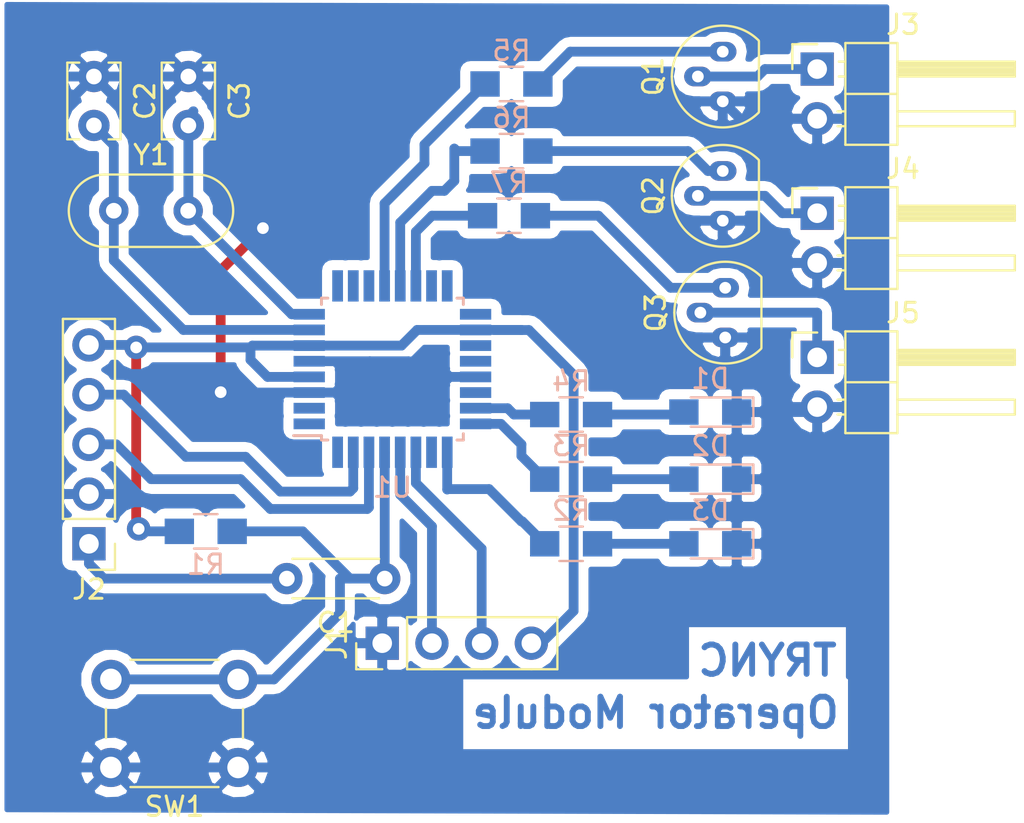
<source format=kicad_pcb>
(kicad_pcb (version 4) (host pcbnew 4.0.7)

  (general
    (links 50)
    (no_connects 0)
    (area 84.862999 34.697999 137.394001 76.989)
    (thickness 1.6)
    (drawings 6)
    (tracks 171)
    (zones 0)
    (modules 24)
    (nets 26)
  )

  (page User 250.012 140.005)
  (title_block
    (title "Trync Operato Module")
  )

  (layers
    (0 F.Cu signal)
    (31 B.Cu signal)
    (32 B.Adhes user)
    (33 F.Adhes user)
    (34 B.Paste user)
    (35 F.Paste user)
    (36 B.SilkS user)
    (37 F.SilkS user)
    (38 B.Mask user)
    (39 F.Mask user)
    (40 Dwgs.User user)
    (41 Cmts.User user)
    (42 Eco1.User user)
    (43 Eco2.User user)
    (44 Edge.Cuts user)
    (45 Margin user)
    (46 B.CrtYd user)
    (47 F.CrtYd user)
    (48 B.Fab user)
    (49 F.Fab user)
  )

  (setup
    (last_trace_width 0.5)
    (trace_clearance 0.2)
    (zone_clearance 0.508)
    (zone_45_only no)
    (trace_min 0.2)
    (segment_width 0.2)
    (edge_width 0.1)
    (via_size 1.2)
    (via_drill 0.6)
    (via_min_size 0.4)
    (via_min_drill 0.3)
    (uvia_size 1.2)
    (uvia_drill 0.6)
    (uvias_allowed no)
    (uvia_min_size 0.2)
    (uvia_min_drill 0.1)
    (pcb_text_width 0.3)
    (pcb_text_size 1.5 1.5)
    (mod_edge_width 0.15)
    (mod_text_size 1 1)
    (mod_text_width 0.15)
    (pad_size 1.4 1)
    (pad_drill 0.6)
    (pad_to_mask_clearance 0)
    (aux_axis_origin 0 0)
    (visible_elements FFFFFF7F)
    (pcbplotparams
      (layerselection 0x3ffff_80000001)
      (usegerberextensions false)
      (excludeedgelayer true)
      (linewidth 0.150000)
      (plotframeref false)
      (viasonmask false)
      (mode 1)
      (useauxorigin false)
      (hpglpennumber 1)
      (hpglpenspeed 20)
      (hpglpendiameter 15)
      (hpglpenoverlay 2)
      (psnegative false)
      (psa4output false)
      (plotreference true)
      (plotvalue true)
      (plotinvisibletext false)
      (padsonsilk false)
      (subtractmaskfromsilk false)
      (outputformat 1)
      (mirror false)
      (drillshape 0)
      (scaleselection 1)
      (outputdirectory gerber/))
  )

  (net 0 "")
  (net 1 RESET)
  (net 2 "Net-(C1-Pad2)")
  (net 3 GND)
  (net 4 "Net-(C2-Pad2)")
  (net 5 "Net-(C3-Pad2)")
  (net 6 "Net-(D1-Pad2)")
  (net 7 "Net-(D2-Pad2)")
  (net 8 "Net-(D3-Pad2)")
  (net 9 SCL)
  (net 10 SDA)
  (net 11 VCC)
  (net 12 RX)
  (net 13 TX)
  (net 14 "Net-(J3-Pad1)")
  (net 15 "Net-(J4-Pad1)")
  (net 16 "Net-(J5-Pad1)")
  (net 17 "Net-(Q1-Pad3)")
  (net 18 "Net-(Q2-Pad3)")
  (net 19 "Net-(Q3-Pad3)")
  (net 20 "Net-(R2-Pad2)")
  (net 21 "Net-(R3-Pad2)")
  (net 22 "Net-(R4-Pad2)")
  (net 23 "Net-(R5-Pad2)")
  (net 24 "Net-(R6-Pad2)")
  (net 25 "Net-(R7-Pad2)")

  (net_class Default "This is the default net class."
    (clearance 0.2)
    (trace_width 0.5)
    (via_dia 1.2)
    (via_drill 0.6)
    (uvia_dia 1.2)
    (uvia_drill 0.6)
    (add_net GND)
    (add_net "Net-(C1-Pad2)")
    (add_net "Net-(C2-Pad2)")
    (add_net "Net-(C3-Pad2)")
    (add_net "Net-(D1-Pad2)")
    (add_net "Net-(D2-Pad2)")
    (add_net "Net-(D3-Pad2)")
    (add_net "Net-(J3-Pad1)")
    (add_net "Net-(J4-Pad1)")
    (add_net "Net-(J5-Pad1)")
    (add_net "Net-(Q1-Pad3)")
    (add_net "Net-(Q2-Pad3)")
    (add_net "Net-(Q3-Pad3)")
    (add_net "Net-(R2-Pad2)")
    (add_net "Net-(R3-Pad2)")
    (add_net "Net-(R4-Pad2)")
    (add_net "Net-(R5-Pad2)")
    (add_net "Net-(R6-Pad2)")
    (add_net "Net-(R7-Pad2)")
    (add_net RESET)
    (add_net RX)
    (add_net SCL)
    (add_net SDA)
    (add_net TX)
    (add_net VCC)
  )

  (module Capacitors_THT:C_Disc_D4.3mm_W1.9mm_P5.00mm (layer F.Cu) (tedit 597BC7C2) (tstamp 5A7D9F95)
    (at 104.521 64.262 180)
    (descr "C, Disc series, Radial, pin pitch=5.00mm, , diameter*width=4.3*1.9mm^2, Capacitor, http://www.vishay.com/docs/45233/krseries.pdf")
    (tags "C Disc series Radial pin pitch 5.00mm  diameter 4.3mm width 1.9mm Capacitor")
    (path /5A7D9850)
    (fp_text reference C1 (at 2.5 -2.26 180) (layer F.SilkS)
      (effects (font (size 1 1) (thickness 0.15)))
    )
    (fp_text value 100n (at 2.5 2.26 180) (layer F.Fab)
      (effects (font (size 1 1) (thickness 0.15)))
    )
    (fp_line (start 0.35 -0.95) (end 0.35 0.95) (layer F.Fab) (width 0.1))
    (fp_line (start 0.35 0.95) (end 4.65 0.95) (layer F.Fab) (width 0.1))
    (fp_line (start 4.65 0.95) (end 4.65 -0.95) (layer F.Fab) (width 0.1))
    (fp_line (start 4.65 -0.95) (end 0.35 -0.95) (layer F.Fab) (width 0.1))
    (fp_line (start 0.29 -1.01) (end 4.71 -1.01) (layer F.SilkS) (width 0.12))
    (fp_line (start 0.29 1.01) (end 4.71 1.01) (layer F.SilkS) (width 0.12))
    (fp_line (start 0.29 -1.01) (end 0.29 -0.996) (layer F.SilkS) (width 0.12))
    (fp_line (start 0.29 0.996) (end 0.29 1.01) (layer F.SilkS) (width 0.12))
    (fp_line (start 4.71 -1.01) (end 4.71 -0.996) (layer F.SilkS) (width 0.12))
    (fp_line (start 4.71 0.996) (end 4.71 1.01) (layer F.SilkS) (width 0.12))
    (fp_line (start -1.05 -1.3) (end -1.05 1.3) (layer F.CrtYd) (width 0.05))
    (fp_line (start -1.05 1.3) (end 6.05 1.3) (layer F.CrtYd) (width 0.05))
    (fp_line (start 6.05 1.3) (end 6.05 -1.3) (layer F.CrtYd) (width 0.05))
    (fp_line (start 6.05 -1.3) (end -1.05 -1.3) (layer F.CrtYd) (width 0.05))
    (fp_text user %R (at 2.5 0 180) (layer F.Fab)
      (effects (font (size 1 1) (thickness 0.15)))
    )
    (pad 1 thru_hole circle (at 0 0 180) (size 1.6 1.6) (drill 0.8) (layers *.Cu *.Mask)
      (net 1 RESET))
    (pad 2 thru_hole circle (at 5 0 180) (size 1.6 1.6) (drill 0.8) (layers *.Cu *.Mask)
      (net 2 "Net-(C1-Pad2)"))
    (model ${KISYS3DMOD}/Capacitors_THT.3dshapes/C_Disc_D4.3mm_W1.9mm_P5.00mm.wrl
      (at (xyz 0 0 0))
      (scale (xyz 1 1 1))
      (rotate (xyz 0 0 0))
    )
  )

  (module Capacitors_THT:C_Disc_D3.8mm_W2.6mm_P2.50mm (layer F.Cu) (tedit 597BC7C2) (tstamp 5A7D9FAA)
    (at 89.662 38.608 270)
    (descr "C, Disc series, Radial, pin pitch=2.50mm, , diameter*width=3.8*2.6mm^2, Capacitor, http://www.vishay.com/docs/45233/krseries.pdf")
    (tags "C Disc series Radial pin pitch 2.50mm  diameter 3.8mm width 2.6mm Capacitor")
    (path /5A7DA130)
    (fp_text reference C2 (at 1.25 -2.61 270) (layer F.SilkS)
      (effects (font (size 1 1) (thickness 0.15)))
    )
    (fp_text value 0.22n (at 1.25 2.61 270) (layer F.Fab)
      (effects (font (size 1 1) (thickness 0.15)))
    )
    (fp_line (start -0.65 -1.3) (end -0.65 1.3) (layer F.Fab) (width 0.1))
    (fp_line (start -0.65 1.3) (end 3.15 1.3) (layer F.Fab) (width 0.1))
    (fp_line (start 3.15 1.3) (end 3.15 -1.3) (layer F.Fab) (width 0.1))
    (fp_line (start 3.15 -1.3) (end -0.65 -1.3) (layer F.Fab) (width 0.1))
    (fp_line (start -0.71 -1.36) (end 3.21 -1.36) (layer F.SilkS) (width 0.12))
    (fp_line (start -0.71 1.36) (end 3.21 1.36) (layer F.SilkS) (width 0.12))
    (fp_line (start -0.71 -1.36) (end -0.71 -0.75) (layer F.SilkS) (width 0.12))
    (fp_line (start -0.71 0.75) (end -0.71 1.36) (layer F.SilkS) (width 0.12))
    (fp_line (start 3.21 -1.36) (end 3.21 -0.75) (layer F.SilkS) (width 0.12))
    (fp_line (start 3.21 0.75) (end 3.21 1.36) (layer F.SilkS) (width 0.12))
    (fp_line (start -1.05 -1.65) (end -1.05 1.65) (layer F.CrtYd) (width 0.05))
    (fp_line (start -1.05 1.65) (end 3.55 1.65) (layer F.CrtYd) (width 0.05))
    (fp_line (start 3.55 1.65) (end 3.55 -1.65) (layer F.CrtYd) (width 0.05))
    (fp_line (start 3.55 -1.65) (end -1.05 -1.65) (layer F.CrtYd) (width 0.05))
    (fp_text user %R (at 1.25 0 270) (layer F.Fab)
      (effects (font (size 1 1) (thickness 0.15)))
    )
    (pad 1 thru_hole circle (at 0 0 270) (size 1.6 1.6) (drill 0.8) (layers *.Cu *.Mask)
      (net 3 GND))
    (pad 2 thru_hole circle (at 2.5 0 270) (size 1.6 1.6) (drill 0.8) (layers *.Cu *.Mask)
      (net 4 "Net-(C2-Pad2)"))
    (model ${KISYS3DMOD}/Capacitors_THT.3dshapes/C_Disc_D3.8mm_W2.6mm_P2.50mm.wrl
      (at (xyz 0 0 0))
      (scale (xyz 1 1 1))
      (rotate (xyz 0 0 0))
    )
  )

  (module Capacitors_THT:C_Disc_D3.8mm_W2.6mm_P2.50mm (layer F.Cu) (tedit 597BC7C2) (tstamp 5A7D9FBF)
    (at 94.488 38.608 270)
    (descr "C, Disc series, Radial, pin pitch=2.50mm, , diameter*width=3.8*2.6mm^2, Capacitor, http://www.vishay.com/docs/45233/krseries.pdf")
    (tags "C Disc series Radial pin pitch 2.50mm  diameter 3.8mm width 2.6mm Capacitor")
    (path /5A7DA169)
    (fp_text reference C3 (at 1.25 -2.61 270) (layer F.SilkS)
      (effects (font (size 1 1) (thickness 0.15)))
    )
    (fp_text value 0.22n (at 1.25 2.61 270) (layer F.Fab)
      (effects (font (size 1 1) (thickness 0.15)))
    )
    (fp_line (start -0.65 -1.3) (end -0.65 1.3) (layer F.Fab) (width 0.1))
    (fp_line (start -0.65 1.3) (end 3.15 1.3) (layer F.Fab) (width 0.1))
    (fp_line (start 3.15 1.3) (end 3.15 -1.3) (layer F.Fab) (width 0.1))
    (fp_line (start 3.15 -1.3) (end -0.65 -1.3) (layer F.Fab) (width 0.1))
    (fp_line (start -0.71 -1.36) (end 3.21 -1.36) (layer F.SilkS) (width 0.12))
    (fp_line (start -0.71 1.36) (end 3.21 1.36) (layer F.SilkS) (width 0.12))
    (fp_line (start -0.71 -1.36) (end -0.71 -0.75) (layer F.SilkS) (width 0.12))
    (fp_line (start -0.71 0.75) (end -0.71 1.36) (layer F.SilkS) (width 0.12))
    (fp_line (start 3.21 -1.36) (end 3.21 -0.75) (layer F.SilkS) (width 0.12))
    (fp_line (start 3.21 0.75) (end 3.21 1.36) (layer F.SilkS) (width 0.12))
    (fp_line (start -1.05 -1.65) (end -1.05 1.65) (layer F.CrtYd) (width 0.05))
    (fp_line (start -1.05 1.65) (end 3.55 1.65) (layer F.CrtYd) (width 0.05))
    (fp_line (start 3.55 1.65) (end 3.55 -1.65) (layer F.CrtYd) (width 0.05))
    (fp_line (start 3.55 -1.65) (end -1.05 -1.65) (layer F.CrtYd) (width 0.05))
    (fp_text user %R (at 1.25 0 270) (layer F.Fab)
      (effects (font (size 1 1) (thickness 0.15)))
    )
    (pad 1 thru_hole circle (at 0 0 270) (size 1.6 1.6) (drill 0.8) (layers *.Cu *.Mask)
      (net 3 GND))
    (pad 2 thru_hole circle (at 2.5 0 270) (size 1.6 1.6) (drill 0.8) (layers *.Cu *.Mask)
      (net 5 "Net-(C3-Pad2)"))
    (model ${KISYS3DMOD}/Capacitors_THT.3dshapes/C_Disc_D3.8mm_W2.6mm_P2.50mm.wrl
      (at (xyz 0 0 0))
      (scale (xyz 1 1 1))
      (rotate (xyz 0 0 0))
    )
  )

  (module LEDs:LED_0805_HandSoldering (layer B.Cu) (tedit 595FCA25) (tstamp 5A7D9FD4)
    (at 121.158 55.753 180)
    (descr "Resistor SMD 0805, hand soldering")
    (tags "resistor 0805")
    (path /5A7DDD92)
    (attr smd)
    (fp_text reference D1 (at 0 1.7 180) (layer B.SilkS)
      (effects (font (size 1 1) (thickness 0.15)) (justify mirror))
    )
    (fp_text value LED_B (at 0 -1.75 180) (layer B.Fab)
      (effects (font (size 1 1) (thickness 0.15)) (justify mirror))
    )
    (fp_line (start -0.4 0.4) (end -0.4 -0.4) (layer B.Fab) (width 0.1))
    (fp_line (start -0.4 0) (end 0.2 0.4) (layer B.Fab) (width 0.1))
    (fp_line (start 0.2 -0.4) (end -0.4 0) (layer B.Fab) (width 0.1))
    (fp_line (start 0.2 0.4) (end 0.2 -0.4) (layer B.Fab) (width 0.1))
    (fp_line (start -1 -0.62) (end -1 0.62) (layer B.Fab) (width 0.1))
    (fp_line (start 1 -0.62) (end -1 -0.62) (layer B.Fab) (width 0.1))
    (fp_line (start 1 0.62) (end 1 -0.62) (layer B.Fab) (width 0.1))
    (fp_line (start -1 0.62) (end 1 0.62) (layer B.Fab) (width 0.1))
    (fp_line (start 1 -0.75) (end -2.2 -0.75) (layer B.SilkS) (width 0.12))
    (fp_line (start -2.2 0.75) (end 1 0.75) (layer B.SilkS) (width 0.12))
    (fp_line (start -2.35 0.9) (end 2.35 0.9) (layer B.CrtYd) (width 0.05))
    (fp_line (start -2.35 0.9) (end -2.35 -0.9) (layer B.CrtYd) (width 0.05))
    (fp_line (start 2.35 -0.9) (end 2.35 0.9) (layer B.CrtYd) (width 0.05))
    (fp_line (start 2.35 -0.9) (end -2.35 -0.9) (layer B.CrtYd) (width 0.05))
    (fp_line (start -2.2 0.75) (end -2.2 -0.75) (layer B.SilkS) (width 0.12))
    (pad 1 smd rect (at -1.35 0 180) (size 1.5 1.3) (layers B.Cu B.Paste B.Mask)
      (net 3 GND))
    (pad 2 smd rect (at 1.35 0 180) (size 1.5 1.3) (layers B.Cu B.Paste B.Mask)
      (net 6 "Net-(D1-Pad2)"))
    (model ${KISYS3DMOD}/LEDs.3dshapes/LED_0805.wrl
      (at (xyz 0 0 0))
      (scale (xyz 1 1 1))
      (rotate (xyz 0 0 0))
    )
  )

  (module LEDs:LED_0805_HandSoldering (layer B.Cu) (tedit 595FCA25) (tstamp 5A7D9FE9)
    (at 121.158 59.182 180)
    (descr "Resistor SMD 0805, hand soldering")
    (tags "resistor 0805")
    (path /5A7DDE0D)
    (attr smd)
    (fp_text reference D2 (at 0 1.7 180) (layer B.SilkS)
      (effects (font (size 1 1) (thickness 0.15)) (justify mirror))
    )
    (fp_text value LED_R (at 0 -1.75 180) (layer B.Fab)
      (effects (font (size 1 1) (thickness 0.15)) (justify mirror))
    )
    (fp_line (start -0.4 0.4) (end -0.4 -0.4) (layer B.Fab) (width 0.1))
    (fp_line (start -0.4 0) (end 0.2 0.4) (layer B.Fab) (width 0.1))
    (fp_line (start 0.2 -0.4) (end -0.4 0) (layer B.Fab) (width 0.1))
    (fp_line (start 0.2 0.4) (end 0.2 -0.4) (layer B.Fab) (width 0.1))
    (fp_line (start -1 -0.62) (end -1 0.62) (layer B.Fab) (width 0.1))
    (fp_line (start 1 -0.62) (end -1 -0.62) (layer B.Fab) (width 0.1))
    (fp_line (start 1 0.62) (end 1 -0.62) (layer B.Fab) (width 0.1))
    (fp_line (start -1 0.62) (end 1 0.62) (layer B.Fab) (width 0.1))
    (fp_line (start 1 -0.75) (end -2.2 -0.75) (layer B.SilkS) (width 0.12))
    (fp_line (start -2.2 0.75) (end 1 0.75) (layer B.SilkS) (width 0.12))
    (fp_line (start -2.35 0.9) (end 2.35 0.9) (layer B.CrtYd) (width 0.05))
    (fp_line (start -2.35 0.9) (end -2.35 -0.9) (layer B.CrtYd) (width 0.05))
    (fp_line (start 2.35 -0.9) (end 2.35 0.9) (layer B.CrtYd) (width 0.05))
    (fp_line (start 2.35 -0.9) (end -2.35 -0.9) (layer B.CrtYd) (width 0.05))
    (fp_line (start -2.2 0.75) (end -2.2 -0.75) (layer B.SilkS) (width 0.12))
    (pad 1 smd rect (at -1.35 0 180) (size 1.5 1.3) (layers B.Cu B.Paste B.Mask)
      (net 3 GND))
    (pad 2 smd rect (at 1.35 0 180) (size 1.5 1.3) (layers B.Cu B.Paste B.Mask)
      (net 7 "Net-(D2-Pad2)"))
    (model ${KISYS3DMOD}/LEDs.3dshapes/LED_0805.wrl
      (at (xyz 0 0 0))
      (scale (xyz 1 1 1))
      (rotate (xyz 0 0 0))
    )
  )

  (module LEDs:LED_0805_HandSoldering (layer B.Cu) (tedit 595FCA25) (tstamp 5A7D9FFE)
    (at 121.158 62.484 180)
    (descr "Resistor SMD 0805, hand soldering")
    (tags "resistor 0805")
    (path /5A7DDB94)
    (attr smd)
    (fp_text reference D3 (at 0 1.7 180) (layer B.SilkS)
      (effects (font (size 1 1) (thickness 0.15)) (justify mirror))
    )
    (fp_text value LED_G (at 0 -1.75 180) (layer B.Fab)
      (effects (font (size 1 1) (thickness 0.15)) (justify mirror))
    )
    (fp_line (start -0.4 0.4) (end -0.4 -0.4) (layer B.Fab) (width 0.1))
    (fp_line (start -0.4 0) (end 0.2 0.4) (layer B.Fab) (width 0.1))
    (fp_line (start 0.2 -0.4) (end -0.4 0) (layer B.Fab) (width 0.1))
    (fp_line (start 0.2 0.4) (end 0.2 -0.4) (layer B.Fab) (width 0.1))
    (fp_line (start -1 -0.62) (end -1 0.62) (layer B.Fab) (width 0.1))
    (fp_line (start 1 -0.62) (end -1 -0.62) (layer B.Fab) (width 0.1))
    (fp_line (start 1 0.62) (end 1 -0.62) (layer B.Fab) (width 0.1))
    (fp_line (start -1 0.62) (end 1 0.62) (layer B.Fab) (width 0.1))
    (fp_line (start 1 -0.75) (end -2.2 -0.75) (layer B.SilkS) (width 0.12))
    (fp_line (start -2.2 0.75) (end 1 0.75) (layer B.SilkS) (width 0.12))
    (fp_line (start -2.35 0.9) (end 2.35 0.9) (layer B.CrtYd) (width 0.05))
    (fp_line (start -2.35 0.9) (end -2.35 -0.9) (layer B.CrtYd) (width 0.05))
    (fp_line (start 2.35 -0.9) (end 2.35 0.9) (layer B.CrtYd) (width 0.05))
    (fp_line (start 2.35 -0.9) (end -2.35 -0.9) (layer B.CrtYd) (width 0.05))
    (fp_line (start -2.2 0.75) (end -2.2 -0.75) (layer B.SilkS) (width 0.12))
    (pad 1 smd rect (at -1.35 0 180) (size 1.5 1.3) (layers B.Cu B.Paste B.Mask)
      (net 3 GND))
    (pad 2 smd rect (at 1.35 0 180) (size 1.5 1.3) (layers B.Cu B.Paste B.Mask)
      (net 8 "Net-(D3-Pad2)"))
    (model ${KISYS3DMOD}/LEDs.3dshapes/LED_0805.wrl
      (at (xyz 0 0 0))
      (scale (xyz 1 1 1))
      (rotate (xyz 0 0 0))
    )
  )

  (module Pin_Headers:Pin_Header_Straight_1x04_Pitch2.54mm (layer F.Cu) (tedit 59650532) (tstamp 5A7DA016)
    (at 104.394 67.564 90)
    (descr "Through hole straight pin header, 1x04, 2.54mm pitch, single row")
    (tags "Through hole pin header THT 1x04 2.54mm single row")
    (path /5A7D8F27)
    (fp_text reference J1 (at 0 -2.33 90) (layer F.SilkS)
      (effects (font (size 1 1) (thickness 0.15)))
    )
    (fp_text value agent (at 0 9.95 90) (layer F.Fab)
      (effects (font (size 1 1) (thickness 0.15)))
    )
    (fp_line (start -0.635 -1.27) (end 1.27 -1.27) (layer F.Fab) (width 0.1))
    (fp_line (start 1.27 -1.27) (end 1.27 8.89) (layer F.Fab) (width 0.1))
    (fp_line (start 1.27 8.89) (end -1.27 8.89) (layer F.Fab) (width 0.1))
    (fp_line (start -1.27 8.89) (end -1.27 -0.635) (layer F.Fab) (width 0.1))
    (fp_line (start -1.27 -0.635) (end -0.635 -1.27) (layer F.Fab) (width 0.1))
    (fp_line (start -1.33 8.95) (end 1.33 8.95) (layer F.SilkS) (width 0.12))
    (fp_line (start -1.33 1.27) (end -1.33 8.95) (layer F.SilkS) (width 0.12))
    (fp_line (start 1.33 1.27) (end 1.33 8.95) (layer F.SilkS) (width 0.12))
    (fp_line (start -1.33 1.27) (end 1.33 1.27) (layer F.SilkS) (width 0.12))
    (fp_line (start -1.33 0) (end -1.33 -1.33) (layer F.SilkS) (width 0.12))
    (fp_line (start -1.33 -1.33) (end 0 -1.33) (layer F.SilkS) (width 0.12))
    (fp_line (start -1.8 -1.8) (end -1.8 9.4) (layer F.CrtYd) (width 0.05))
    (fp_line (start -1.8 9.4) (end 1.8 9.4) (layer F.CrtYd) (width 0.05))
    (fp_line (start 1.8 9.4) (end 1.8 -1.8) (layer F.CrtYd) (width 0.05))
    (fp_line (start 1.8 -1.8) (end -1.8 -1.8) (layer F.CrtYd) (width 0.05))
    (fp_text user %R (at 0 3.81 180) (layer F.Fab)
      (effects (font (size 1 1) (thickness 0.15)))
    )
    (pad 1 thru_hole rect (at 0 0 90) (size 1.7 1.7) (drill 1) (layers *.Cu *.Mask)
      (net 3 GND))
    (pad 2 thru_hole oval (at 0 2.54 90) (size 1.7 1.7) (drill 1) (layers *.Cu *.Mask)
      (net 9 SCL))
    (pad 3 thru_hole oval (at 0 5.08 90) (size 1.7 1.7) (drill 1) (layers *.Cu *.Mask)
      (net 10 SDA))
    (pad 4 thru_hole oval (at 0 7.62 90) (size 1.7 1.7) (drill 1) (layers *.Cu *.Mask)
      (net 11 VCC))
    (model ${KISYS3DMOD}/Pin_Headers.3dshapes/Pin_Header_Straight_1x04_Pitch2.54mm.wrl
      (at (xyz 0 0 0))
      (scale (xyz 1 1 1))
      (rotate (xyz 0 0 0))
    )
  )

  (module Pin_Headers:Pin_Header_Straight_1x05_Pitch2.54mm (layer F.Cu) (tedit 59650532) (tstamp 5A7DA02F)
    (at 89.408 62.484 180)
    (descr "Through hole straight pin header, 1x05, 2.54mm pitch, single row")
    (tags "Through hole pin header THT 1x05 2.54mm single row")
    (path /5A7D9148)
    (fp_text reference J2 (at 0 -2.33 180) (layer F.SilkS)
      (effects (font (size 1 1) (thickness 0.15)))
    )
    (fp_text value UART (at 0 12.49 180) (layer F.Fab)
      (effects (font (size 1 1) (thickness 0.15)))
    )
    (fp_line (start -0.635 -1.27) (end 1.27 -1.27) (layer F.Fab) (width 0.1))
    (fp_line (start 1.27 -1.27) (end 1.27 11.43) (layer F.Fab) (width 0.1))
    (fp_line (start 1.27 11.43) (end -1.27 11.43) (layer F.Fab) (width 0.1))
    (fp_line (start -1.27 11.43) (end -1.27 -0.635) (layer F.Fab) (width 0.1))
    (fp_line (start -1.27 -0.635) (end -0.635 -1.27) (layer F.Fab) (width 0.1))
    (fp_line (start -1.33 11.49) (end 1.33 11.49) (layer F.SilkS) (width 0.12))
    (fp_line (start -1.33 1.27) (end -1.33 11.49) (layer F.SilkS) (width 0.12))
    (fp_line (start 1.33 1.27) (end 1.33 11.49) (layer F.SilkS) (width 0.12))
    (fp_line (start -1.33 1.27) (end 1.33 1.27) (layer F.SilkS) (width 0.12))
    (fp_line (start -1.33 0) (end -1.33 -1.33) (layer F.SilkS) (width 0.12))
    (fp_line (start -1.33 -1.33) (end 0 -1.33) (layer F.SilkS) (width 0.12))
    (fp_line (start -1.8 -1.8) (end -1.8 11.95) (layer F.CrtYd) (width 0.05))
    (fp_line (start -1.8 11.95) (end 1.8 11.95) (layer F.CrtYd) (width 0.05))
    (fp_line (start 1.8 11.95) (end 1.8 -1.8) (layer F.CrtYd) (width 0.05))
    (fp_line (start 1.8 -1.8) (end -1.8 -1.8) (layer F.CrtYd) (width 0.05))
    (fp_text user %R (at 0 5.08 270) (layer F.Fab)
      (effects (font (size 1 1) (thickness 0.15)))
    )
    (pad 1 thru_hole rect (at 0 0 180) (size 1.7 1.7) (drill 1) (layers *.Cu *.Mask)
      (net 2 "Net-(C1-Pad2)"))
    (pad 2 thru_hole oval (at 0 2.54 180) (size 1.7 1.7) (drill 1) (layers *.Cu *.Mask)
      (net 3 GND))
    (pad 3 thru_hole oval (at 0 5.08 180) (size 1.7 1.7) (drill 1) (layers *.Cu *.Mask)
      (net 12 RX))
    (pad 4 thru_hole oval (at 0 7.62 180) (size 1.7 1.7) (drill 1) (layers *.Cu *.Mask)
      (net 13 TX))
    (pad 5 thru_hole oval (at 0 10.16 180) (size 1.7 1.7) (drill 1) (layers *.Cu *.Mask)
      (net 11 VCC))
    (model ${KISYS3DMOD}/Pin_Headers.3dshapes/Pin_Header_Straight_1x05_Pitch2.54mm.wrl
      (at (xyz 0 0 0))
      (scale (xyz 1 1 1))
      (rotate (xyz 0 0 0))
    )
  )

  (module Pin_Headers:Pin_Header_Angled_1x02_Pitch2.54mm (layer F.Cu) (tedit 59650532) (tstamp 5A7DA062)
    (at 126.619 38.227)
    (descr "Through hole angled pin header, 1x02, 2.54mm pitch, 6mm pin length, single row")
    (tags "Through hole angled pin header THT 1x02 2.54mm single row")
    (path /5A7DC191)
    (fp_text reference J3 (at 4.385 -2.27) (layer F.SilkS)
      (effects (font (size 1 1) (thickness 0.15)))
    )
    (fp_text value AC (at 4.385 4.81) (layer F.Fab)
      (effects (font (size 1 1) (thickness 0.15)))
    )
    (fp_line (start 2.135 -1.27) (end 4.04 -1.27) (layer F.Fab) (width 0.1))
    (fp_line (start 4.04 -1.27) (end 4.04 3.81) (layer F.Fab) (width 0.1))
    (fp_line (start 4.04 3.81) (end 1.5 3.81) (layer F.Fab) (width 0.1))
    (fp_line (start 1.5 3.81) (end 1.5 -0.635) (layer F.Fab) (width 0.1))
    (fp_line (start 1.5 -0.635) (end 2.135 -1.27) (layer F.Fab) (width 0.1))
    (fp_line (start -0.32 -0.32) (end 1.5 -0.32) (layer F.Fab) (width 0.1))
    (fp_line (start -0.32 -0.32) (end -0.32 0.32) (layer F.Fab) (width 0.1))
    (fp_line (start -0.32 0.32) (end 1.5 0.32) (layer F.Fab) (width 0.1))
    (fp_line (start 4.04 -0.32) (end 10.04 -0.32) (layer F.Fab) (width 0.1))
    (fp_line (start 10.04 -0.32) (end 10.04 0.32) (layer F.Fab) (width 0.1))
    (fp_line (start 4.04 0.32) (end 10.04 0.32) (layer F.Fab) (width 0.1))
    (fp_line (start -0.32 2.22) (end 1.5 2.22) (layer F.Fab) (width 0.1))
    (fp_line (start -0.32 2.22) (end -0.32 2.86) (layer F.Fab) (width 0.1))
    (fp_line (start -0.32 2.86) (end 1.5 2.86) (layer F.Fab) (width 0.1))
    (fp_line (start 4.04 2.22) (end 10.04 2.22) (layer F.Fab) (width 0.1))
    (fp_line (start 10.04 2.22) (end 10.04 2.86) (layer F.Fab) (width 0.1))
    (fp_line (start 4.04 2.86) (end 10.04 2.86) (layer F.Fab) (width 0.1))
    (fp_line (start 1.44 -1.33) (end 1.44 3.87) (layer F.SilkS) (width 0.12))
    (fp_line (start 1.44 3.87) (end 4.1 3.87) (layer F.SilkS) (width 0.12))
    (fp_line (start 4.1 3.87) (end 4.1 -1.33) (layer F.SilkS) (width 0.12))
    (fp_line (start 4.1 -1.33) (end 1.44 -1.33) (layer F.SilkS) (width 0.12))
    (fp_line (start 4.1 -0.38) (end 10.1 -0.38) (layer F.SilkS) (width 0.12))
    (fp_line (start 10.1 -0.38) (end 10.1 0.38) (layer F.SilkS) (width 0.12))
    (fp_line (start 10.1 0.38) (end 4.1 0.38) (layer F.SilkS) (width 0.12))
    (fp_line (start 4.1 -0.32) (end 10.1 -0.32) (layer F.SilkS) (width 0.12))
    (fp_line (start 4.1 -0.2) (end 10.1 -0.2) (layer F.SilkS) (width 0.12))
    (fp_line (start 4.1 -0.08) (end 10.1 -0.08) (layer F.SilkS) (width 0.12))
    (fp_line (start 4.1 0.04) (end 10.1 0.04) (layer F.SilkS) (width 0.12))
    (fp_line (start 4.1 0.16) (end 10.1 0.16) (layer F.SilkS) (width 0.12))
    (fp_line (start 4.1 0.28) (end 10.1 0.28) (layer F.SilkS) (width 0.12))
    (fp_line (start 1.11 -0.38) (end 1.44 -0.38) (layer F.SilkS) (width 0.12))
    (fp_line (start 1.11 0.38) (end 1.44 0.38) (layer F.SilkS) (width 0.12))
    (fp_line (start 1.44 1.27) (end 4.1 1.27) (layer F.SilkS) (width 0.12))
    (fp_line (start 4.1 2.16) (end 10.1 2.16) (layer F.SilkS) (width 0.12))
    (fp_line (start 10.1 2.16) (end 10.1 2.92) (layer F.SilkS) (width 0.12))
    (fp_line (start 10.1 2.92) (end 4.1 2.92) (layer F.SilkS) (width 0.12))
    (fp_line (start 1.042929 2.16) (end 1.44 2.16) (layer F.SilkS) (width 0.12))
    (fp_line (start 1.042929 2.92) (end 1.44 2.92) (layer F.SilkS) (width 0.12))
    (fp_line (start -1.27 0) (end -1.27 -1.27) (layer F.SilkS) (width 0.12))
    (fp_line (start -1.27 -1.27) (end 0 -1.27) (layer F.SilkS) (width 0.12))
    (fp_line (start -1.8 -1.8) (end -1.8 4.35) (layer F.CrtYd) (width 0.05))
    (fp_line (start -1.8 4.35) (end 10.55 4.35) (layer F.CrtYd) (width 0.05))
    (fp_line (start 10.55 4.35) (end 10.55 -1.8) (layer F.CrtYd) (width 0.05))
    (fp_line (start 10.55 -1.8) (end -1.8 -1.8) (layer F.CrtYd) (width 0.05))
    (fp_text user %R (at 2.77 1.27 90) (layer F.Fab)
      (effects (font (size 1 1) (thickness 0.15)))
    )
    (pad 1 thru_hole rect (at 0 0) (size 1.7 1.7) (drill 1) (layers *.Cu *.Mask)
      (net 14 "Net-(J3-Pad1)"))
    (pad 2 thru_hole oval (at 0 2.54) (size 1.7 1.7) (drill 1) (layers *.Cu *.Mask)
      (net 3 GND))
    (model ${KISYS3DMOD}/Pin_Headers.3dshapes/Pin_Header_Angled_1x02_Pitch2.54mm.wrl
      (at (xyz 0 0 0))
      (scale (xyz 1 1 1))
      (rotate (xyz 0 0 0))
    )
  )

  (module Pin_Headers:Pin_Header_Angled_1x02_Pitch2.54mm (layer F.Cu) (tedit 5A7DB00A) (tstamp 5A7DA095)
    (at 126.619 45.593)
    (descr "Through hole angled pin header, 1x02, 2.54mm pitch, 6mm pin length, single row")
    (tags "Through hole angled pin header THT 1x02 2.54mm single row")
    (path /5A7DC2D6)
    (fp_text reference J4 (at 4.385 -2.27) (layer F.SilkS)
      (effects (font (size 1 1) (thickness 0.15)))
    )
    (fp_text value HEATER (at 4.385 4.81) (layer F.Fab)
      (effects (font (size 1 1) (thickness 0.15)))
    )
    (fp_line (start 2.135 -1.27) (end 4.04 -1.27) (layer F.Fab) (width 0.1))
    (fp_line (start 4.04 -1.27) (end 4.04 3.81) (layer F.Fab) (width 0.1))
    (fp_line (start 4.04 3.81) (end 1.5 3.81) (layer F.Fab) (width 0.1))
    (fp_line (start 1.5 3.81) (end 1.5 -0.635) (layer F.Fab) (width 0.1))
    (fp_line (start 1.5 -0.635) (end 2.135 -1.27) (layer F.Fab) (width 0.1))
    (fp_line (start -0.32 -0.32) (end 1.5 -0.32) (layer F.Fab) (width 0.1))
    (fp_line (start -0.32 -0.32) (end -0.32 0.32) (layer F.Fab) (width 0.1))
    (fp_line (start -0.32 0.32) (end 1.5 0.32) (layer F.Fab) (width 0.1))
    (fp_line (start 4.04 -0.32) (end 10.04 -0.32) (layer F.Fab) (width 0.1))
    (fp_line (start 10.04 -0.32) (end 10.04 0.32) (layer F.Fab) (width 0.1))
    (fp_line (start 4.04 0.32) (end 10.04 0.32) (layer F.Fab) (width 0.1))
    (fp_line (start -0.32 2.22) (end 1.5 2.22) (layer F.Fab) (width 0.1))
    (fp_line (start -0.32 2.22) (end -0.32 2.86) (layer F.Fab) (width 0.1))
    (fp_line (start -0.32 2.86) (end 1.5 2.86) (layer F.Fab) (width 0.1))
    (fp_line (start 4.04 2.22) (end 10.04 2.22) (layer F.Fab) (width 0.1))
    (fp_line (start 10.04 2.22) (end 10.04 2.86) (layer F.Fab) (width 0.1))
    (fp_line (start 4.04 2.86) (end 10.04 2.86) (layer F.Fab) (width 0.1))
    (fp_line (start 1.44 -1.33) (end 1.44 3.87) (layer F.SilkS) (width 0.12))
    (fp_line (start 1.44 3.87) (end 4.1 3.87) (layer F.SilkS) (width 0.12))
    (fp_line (start 4.1 3.87) (end 4.1 -1.33) (layer F.SilkS) (width 0.12))
    (fp_line (start 4.1 -1.33) (end 1.44 -1.33) (layer F.SilkS) (width 0.12))
    (fp_line (start 4.1 -0.38) (end 10.1 -0.38) (layer F.SilkS) (width 0.12))
    (fp_line (start 10.1 -0.38) (end 10.1 0.38) (layer F.SilkS) (width 0.12))
    (fp_line (start 10.1 0.38) (end 4.1 0.38) (layer F.SilkS) (width 0.12))
    (fp_line (start 4.1 -0.32) (end 10.1 -0.32) (layer F.SilkS) (width 0.12))
    (fp_line (start 4.1 -0.2) (end 10.1 -0.2) (layer F.SilkS) (width 0.12))
    (fp_line (start 4.1 -0.08) (end 10.1 -0.08) (layer F.SilkS) (width 0.12))
    (fp_line (start 4.1 0.04) (end 10.1 0.04) (layer F.SilkS) (width 0.12))
    (fp_line (start 4.1 0.16) (end 10.1 0.16) (layer F.SilkS) (width 0.12))
    (fp_line (start 4.1 0.28) (end 10.1 0.28) (layer F.SilkS) (width 0.12))
    (fp_line (start 1.11 -0.38) (end 1.44 -0.38) (layer F.SilkS) (width 0.12))
    (fp_line (start 1.11 0.38) (end 1.44 0.38) (layer F.SilkS) (width 0.12))
    (fp_line (start 1.44 1.27) (end 4.1 1.27) (layer F.SilkS) (width 0.12))
    (fp_line (start 4.1 2.16) (end 10.1 2.16) (layer F.SilkS) (width 0.12))
    (fp_line (start 10.1 2.16) (end 10.1 2.92) (layer F.SilkS) (width 0.12))
    (fp_line (start 10.1 2.92) (end 4.1 2.92) (layer F.SilkS) (width 0.12))
    (fp_line (start 1.042929 2.16) (end 1.44 2.16) (layer F.SilkS) (width 0.12))
    (fp_line (start 1.042929 2.92) (end 1.44 2.92) (layer F.SilkS) (width 0.12))
    (fp_line (start -1.27 0) (end -1.27 -1.27) (layer F.SilkS) (width 0.12))
    (fp_line (start -1.27 -1.27) (end 0 -1.27) (layer F.SilkS) (width 0.12))
    (fp_line (start -1.8 -1.8) (end -1.8 4.35) (layer F.CrtYd) (width 0.05))
    (fp_line (start -1.8 4.35) (end 10.55 4.35) (layer F.CrtYd) (width 0.05))
    (fp_line (start 10.55 4.35) (end 10.55 -1.8) (layer F.CrtYd) (width 0.05))
    (fp_line (start 10.55 -1.8) (end -1.8 -1.8) (layer F.CrtYd) (width 0.05))
    (fp_text user %R (at 3.556 1.905 90) (layer F.Fab)
      (effects (font (size 1 1) (thickness 0.15)))
    )
    (pad 1 thru_hole rect (at 0 0) (size 1.7 1.7) (drill 1) (layers *.Cu *.Mask)
      (net 15 "Net-(J4-Pad1)"))
    (pad 2 thru_hole oval (at 0 2.54) (size 1.7 1.7) (drill 1) (layers *.Cu *.Mask)
      (net 3 GND))
    (model ${KISYS3DMOD}/Pin_Headers.3dshapes/Pin_Header_Angled_1x02_Pitch2.54mm.wrl
      (at (xyz 0 0 0))
      (scale (xyz 1 1 1))
      (rotate (xyz 0 0 0))
    )
  )

  (module Pin_Headers:Pin_Header_Angled_1x02_Pitch2.54mm (layer F.Cu) (tedit 59650532) (tstamp 5A7DA0C8)
    (at 126.619 52.959)
    (descr "Through hole angled pin header, 1x02, 2.54mm pitch, 6mm pin length, single row")
    (tags "Through hole angled pin header THT 1x02 2.54mm single row")
    (path /5A7DC3BB)
    (fp_text reference J5 (at 4.385 -2.27) (layer F.SilkS)
      (effects (font (size 1 1) (thickness 0.15)))
    )
    (fp_text value DEHUMIDFIER (at 4.385 4.81) (layer F.Fab)
      (effects (font (size 1 1) (thickness 0.15)))
    )
    (fp_line (start 2.135 -1.27) (end 4.04 -1.27) (layer F.Fab) (width 0.1))
    (fp_line (start 4.04 -1.27) (end 4.04 3.81) (layer F.Fab) (width 0.1))
    (fp_line (start 4.04 3.81) (end 1.5 3.81) (layer F.Fab) (width 0.1))
    (fp_line (start 1.5 3.81) (end 1.5 -0.635) (layer F.Fab) (width 0.1))
    (fp_line (start 1.5 -0.635) (end 2.135 -1.27) (layer F.Fab) (width 0.1))
    (fp_line (start -0.32 -0.32) (end 1.5 -0.32) (layer F.Fab) (width 0.1))
    (fp_line (start -0.32 -0.32) (end -0.32 0.32) (layer F.Fab) (width 0.1))
    (fp_line (start -0.32 0.32) (end 1.5 0.32) (layer F.Fab) (width 0.1))
    (fp_line (start 4.04 -0.32) (end 10.04 -0.32) (layer F.Fab) (width 0.1))
    (fp_line (start 10.04 -0.32) (end 10.04 0.32) (layer F.Fab) (width 0.1))
    (fp_line (start 4.04 0.32) (end 10.04 0.32) (layer F.Fab) (width 0.1))
    (fp_line (start -0.32 2.22) (end 1.5 2.22) (layer F.Fab) (width 0.1))
    (fp_line (start -0.32 2.22) (end -0.32 2.86) (layer F.Fab) (width 0.1))
    (fp_line (start -0.32 2.86) (end 1.5 2.86) (layer F.Fab) (width 0.1))
    (fp_line (start 4.04 2.22) (end 10.04 2.22) (layer F.Fab) (width 0.1))
    (fp_line (start 10.04 2.22) (end 10.04 2.86) (layer F.Fab) (width 0.1))
    (fp_line (start 4.04 2.86) (end 10.04 2.86) (layer F.Fab) (width 0.1))
    (fp_line (start 1.44 -1.33) (end 1.44 3.87) (layer F.SilkS) (width 0.12))
    (fp_line (start 1.44 3.87) (end 4.1 3.87) (layer F.SilkS) (width 0.12))
    (fp_line (start 4.1 3.87) (end 4.1 -1.33) (layer F.SilkS) (width 0.12))
    (fp_line (start 4.1 -1.33) (end 1.44 -1.33) (layer F.SilkS) (width 0.12))
    (fp_line (start 4.1 -0.38) (end 10.1 -0.38) (layer F.SilkS) (width 0.12))
    (fp_line (start 10.1 -0.38) (end 10.1 0.38) (layer F.SilkS) (width 0.12))
    (fp_line (start 10.1 0.38) (end 4.1 0.38) (layer F.SilkS) (width 0.12))
    (fp_line (start 4.1 -0.32) (end 10.1 -0.32) (layer F.SilkS) (width 0.12))
    (fp_line (start 4.1 -0.2) (end 10.1 -0.2) (layer F.SilkS) (width 0.12))
    (fp_line (start 4.1 -0.08) (end 10.1 -0.08) (layer F.SilkS) (width 0.12))
    (fp_line (start 4.1 0.04) (end 10.1 0.04) (layer F.SilkS) (width 0.12))
    (fp_line (start 4.1 0.16) (end 10.1 0.16) (layer F.SilkS) (width 0.12))
    (fp_line (start 4.1 0.28) (end 10.1 0.28) (layer F.SilkS) (width 0.12))
    (fp_line (start 1.11 -0.38) (end 1.44 -0.38) (layer F.SilkS) (width 0.12))
    (fp_line (start 1.11 0.38) (end 1.44 0.38) (layer F.SilkS) (width 0.12))
    (fp_line (start 1.44 1.27) (end 4.1 1.27) (layer F.SilkS) (width 0.12))
    (fp_line (start 4.1 2.16) (end 10.1 2.16) (layer F.SilkS) (width 0.12))
    (fp_line (start 10.1 2.16) (end 10.1 2.92) (layer F.SilkS) (width 0.12))
    (fp_line (start 10.1 2.92) (end 4.1 2.92) (layer F.SilkS) (width 0.12))
    (fp_line (start 1.042929 2.16) (end 1.44 2.16) (layer F.SilkS) (width 0.12))
    (fp_line (start 1.042929 2.92) (end 1.44 2.92) (layer F.SilkS) (width 0.12))
    (fp_line (start -1.27 0) (end -1.27 -1.27) (layer F.SilkS) (width 0.12))
    (fp_line (start -1.27 -1.27) (end 0 -1.27) (layer F.SilkS) (width 0.12))
    (fp_line (start -1.8 -1.8) (end -1.8 4.35) (layer F.CrtYd) (width 0.05))
    (fp_line (start -1.8 4.35) (end 10.55 4.35) (layer F.CrtYd) (width 0.05))
    (fp_line (start 10.55 4.35) (end 10.55 -1.8) (layer F.CrtYd) (width 0.05))
    (fp_line (start 10.55 -1.8) (end -1.8 -1.8) (layer F.CrtYd) (width 0.05))
    (fp_text user %R (at 2.77 1.27 90) (layer F.Fab)
      (effects (font (size 1 1) (thickness 0.15)))
    )
    (pad 1 thru_hole rect (at 0 0) (size 1.7 1.7) (drill 1) (layers *.Cu *.Mask)
      (net 16 "Net-(J5-Pad1)"))
    (pad 2 thru_hole oval (at 0 2.54) (size 1.7 1.7) (drill 1) (layers *.Cu *.Mask)
      (net 3 GND))
    (model ${KISYS3DMOD}/Pin_Headers.3dshapes/Pin_Header_Angled_1x02_Pitch2.54mm.wrl
      (at (xyz 0 0 0))
      (scale (xyz 1 1 1))
      (rotate (xyz 0 0 0))
    )
  )

  (module TO_SOT_Packages_THT:TO-92_Molded_Narrow (layer F.Cu) (tedit 5A7DE2DD) (tstamp 5A7DA0DA)
    (at 121.793 39.878 90)
    (descr "TO-92 leads molded, narrow, drill 0.6mm (see NXP sot054_po.pdf)")
    (tags "to-92 sc-43 sc-43a sot54 PA33 transistor")
    (path /5A7DABCC)
    (fp_text reference Q1 (at 1.27 -3.56 90) (layer F.SilkS)
      (effects (font (size 1 1) (thickness 0.15)))
    )
    (fp_text value 2SC1815 (at 1.27 2.79 90) (layer F.Fab)
      (effects (font (size 1 1) (thickness 0.15)))
    )
    (fp_text user %R (at 1.27 -3.56 90) (layer F.Fab)
      (effects (font (size 1 1) (thickness 0.15)))
    )
    (fp_line (start -0.53 1.85) (end 3.07 1.85) (layer F.SilkS) (width 0.12))
    (fp_line (start -0.5 1.75) (end 3 1.75) (layer F.Fab) (width 0.1))
    (fp_line (start -1.46 -2.73) (end 4 -2.73) (layer F.CrtYd) (width 0.05))
    (fp_line (start -1.46 -2.73) (end -1.46 2.01) (layer F.CrtYd) (width 0.05))
    (fp_line (start 4 2.01) (end 4 -2.73) (layer F.CrtYd) (width 0.05))
    (fp_line (start 4 2.01) (end -1.46 2.01) (layer F.CrtYd) (width 0.05))
    (fp_arc (start 1.27 0) (end 1.27 -2.48) (angle 135) (layer F.Fab) (width 0.1))
    (fp_arc (start 1.27 0) (end 1.27 -2.6) (angle -135) (layer F.SilkS) (width 0.12))
    (fp_arc (start 1.27 0) (end 1.27 -2.48) (angle -135) (layer F.Fab) (width 0.1))
    (fp_arc (start 1.27 0) (end 1.27 -2.6) (angle 135) (layer F.SilkS) (width 0.12))
    (pad 2 thru_hole oval (at 1.27 -1.27 180) (size 1.4 1) (drill oval 0.6) (layers *.Cu *.Mask)
      (net 14 "Net-(J3-Pad1)"))
    (pad 3 thru_hole oval (at 2.54 0 180) (size 1.4 1) (drill oval 0.6) (layers *.Cu *.Mask)
      (net 17 "Net-(Q1-Pad3)"))
    (pad 1 thru_hole oval (at 0 0 180) (size 1.4 1) (drill oval 0.6) (layers *.Cu *.Mask)
      (net 3 GND))
    (model ${KISYS3DMOD}/TO_SOT_Packages_THT.3dshapes/TO-92_Molded_Narrow.wrl
      (at (xyz 0.05 0 0))
      (scale (xyz 1 1 1))
      (rotate (xyz 0 0 -90))
    )
  )

  (module TO_SOT_Packages_THT:TO-92_Molded_Narrow (layer F.Cu) (tedit 5A7DE2CF) (tstamp 5A7DA0EC)
    (at 121.793 45.974 90)
    (descr "TO-92 leads molded, narrow, drill 0.6mm (see NXP sot054_po.pdf)")
    (tags "to-92 sc-43 sc-43a sot54 PA33 transistor")
    (path /5A7DAF32)
    (fp_text reference Q2 (at 1.27 -3.56 90) (layer F.SilkS)
      (effects (font (size 1 1) (thickness 0.15)))
    )
    (fp_text value 2SC1815 (at 1.27 2.79 90) (layer F.Fab)
      (effects (font (size 1 1) (thickness 0.15)))
    )
    (fp_text user %R (at 1.27 -3.56 90) (layer F.Fab)
      (effects (font (size 1 1) (thickness 0.15)))
    )
    (fp_line (start -0.53 1.85) (end 3.07 1.85) (layer F.SilkS) (width 0.12))
    (fp_line (start -0.5 1.75) (end 3 1.75) (layer F.Fab) (width 0.1))
    (fp_line (start -1.46 -2.73) (end 4 -2.73) (layer F.CrtYd) (width 0.05))
    (fp_line (start -1.46 -2.73) (end -1.46 2.01) (layer F.CrtYd) (width 0.05))
    (fp_line (start 4 2.01) (end 4 -2.73) (layer F.CrtYd) (width 0.05))
    (fp_line (start 4 2.01) (end -1.46 2.01) (layer F.CrtYd) (width 0.05))
    (fp_arc (start 1.27 0) (end 1.27 -2.48) (angle 135) (layer F.Fab) (width 0.1))
    (fp_arc (start 1.27 0) (end 1.27 -2.6) (angle -135) (layer F.SilkS) (width 0.12))
    (fp_arc (start 1.27 0) (end 1.27 -2.48) (angle -135) (layer F.Fab) (width 0.1))
    (fp_arc (start 1.27 0) (end 1.27 -2.6) (angle 135) (layer F.SilkS) (width 0.12))
    (pad 2 thru_hole oval (at 1.27 -1.27 180) (size 1.4 1) (drill oval 0.6) (layers *.Cu *.Mask)
      (net 15 "Net-(J4-Pad1)"))
    (pad 3 thru_hole oval (at 2.54 0 180) (size 1.4 1) (drill oval 0.6) (layers *.Cu *.Mask)
      (net 18 "Net-(Q2-Pad3)"))
    (pad 1 thru_hole oval (at 0 0 180) (size 1.4 1) (drill oval 0.6) (layers *.Cu *.Mask)
      (net 3 GND))
    (model ${KISYS3DMOD}/TO_SOT_Packages_THT.3dshapes/TO-92_Molded_Narrow.wrl
      (at (xyz 0.05 0 0))
      (scale (xyz 1 1 1))
      (rotate (xyz 0 0 -90))
    )
  )

  (module TO_SOT_Packages_THT:TO-92_Molded_Narrow (layer F.Cu) (tedit 5A7DE2ED) (tstamp 5A7DA0FE)
    (at 121.92 51.943 90)
    (descr "TO-92 leads molded, narrow, drill 0.6mm (see NXP sot054_po.pdf)")
    (tags "to-92 sc-43 sc-43a sot54 PA33 transistor")
    (path /5A7DAF81)
    (fp_text reference Q3 (at 1.27 -3.56 90) (layer F.SilkS)
      (effects (font (size 1 1) (thickness 0.15)))
    )
    (fp_text value 2SC1815 (at 1.27 2.79 90) (layer F.Fab)
      (effects (font (size 1 1) (thickness 0.15)))
    )
    (fp_text user %R (at 1.27 -3.56 90) (layer F.Fab)
      (effects (font (size 1 1) (thickness 0.15)))
    )
    (fp_line (start -0.53 1.85) (end 3.07 1.85) (layer F.SilkS) (width 0.12))
    (fp_line (start -0.5 1.75) (end 3 1.75) (layer F.Fab) (width 0.1))
    (fp_line (start -1.46 -2.73) (end 4 -2.73) (layer F.CrtYd) (width 0.05))
    (fp_line (start -1.46 -2.73) (end -1.46 2.01) (layer F.CrtYd) (width 0.05))
    (fp_line (start 4 2.01) (end 4 -2.73) (layer F.CrtYd) (width 0.05))
    (fp_line (start 4 2.01) (end -1.46 2.01) (layer F.CrtYd) (width 0.05))
    (fp_arc (start 1.27 0) (end 1.27 -2.48) (angle 135) (layer F.Fab) (width 0.1))
    (fp_arc (start 1.27 0) (end 1.27 -2.6) (angle -135) (layer F.SilkS) (width 0.12))
    (fp_arc (start 1.27 0) (end 1.27 -2.48) (angle -135) (layer F.Fab) (width 0.1))
    (fp_arc (start 1.27 0) (end 1.27 -2.6) (angle 135) (layer F.SilkS) (width 0.12))
    (pad 2 thru_hole oval (at 1.27 -1.27 180) (size 1.4 1) (drill oval 0.6) (layers *.Cu *.Mask)
      (net 16 "Net-(J5-Pad1)"))
    (pad 3 thru_hole oval (at 2.54 0 180) (size 1.4 1) (drill oval 0.6) (layers *.Cu *.Mask)
      (net 19 "Net-(Q3-Pad3)"))
    (pad 1 thru_hole oval (at 0 0 180) (size 1.4 1) (drill oval 0.6) (layers *.Cu *.Mask)
      (net 3 GND))
    (model ${KISYS3DMOD}/TO_SOT_Packages_THT.3dshapes/TO-92_Molded_Narrow.wrl
      (at (xyz 0.05 0 0))
      (scale (xyz 1 1 1))
      (rotate (xyz 0 0 -90))
    )
  )

  (module Resistors_SMD:R_0805_HandSoldering (layer B.Cu) (tedit 5A7DAEF9) (tstamp 5A7DA10F)
    (at 95.377 61.849)
    (descr "Resistor SMD 0805, hand soldering")
    (tags "resistor 0805")
    (path /5A7DAFC7)
    (attr smd)
    (fp_text reference R1 (at 0 1.7) (layer B.SilkS)
      (effects (font (size 1 1) (thickness 0.15)) (justify mirror))
    )
    (fp_text value 10K (at 0 -1.75) (layer B.Fab)
      (effects (font (size 1 1) (thickness 0.15)) (justify mirror))
    )
    (fp_text user %R (at 0 0 180) (layer B.Fab)
      (effects (font (size 0.5 0.5) (thickness 0.075)) (justify mirror))
    )
    (fp_line (start -1 -0.62) (end -1 0.62) (layer B.Fab) (width 0.1))
    (fp_line (start 1 -0.62) (end -1 -0.62) (layer B.Fab) (width 0.1))
    (fp_line (start 1 0.62) (end 1 -0.62) (layer B.Fab) (width 0.1))
    (fp_line (start -1 0.62) (end 1 0.62) (layer B.Fab) (width 0.1))
    (fp_line (start 0.6 -0.88) (end -0.6 -0.88) (layer B.SilkS) (width 0.12))
    (fp_line (start -0.6 0.88) (end 0.6 0.88) (layer B.SilkS) (width 0.12))
    (fp_line (start -2.35 0.9) (end 2.35 0.9) (layer B.CrtYd) (width 0.05))
    (fp_line (start -2.35 0.9) (end -2.35 -0.9) (layer B.CrtYd) (width 0.05))
    (fp_line (start 2.35 -0.9) (end 2.35 0.9) (layer B.CrtYd) (width 0.05))
    (fp_line (start 2.35 -0.9) (end -2.35 -0.9) (layer B.CrtYd) (width 0.05))
    (pad 1 smd rect (at -1.35 0) (size 1.5 1.3) (layers B.Cu B.Paste B.Mask)
      (net 11 VCC))
    (pad 2 smd rect (at 1.35 0) (size 1.5 1.3) (layers B.Cu B.Paste B.Mask)
      (net 1 RESET))
    (model ${KISYS3DMOD}/Resistors_SMD.3dshapes/R_0805.wrl
      (at (xyz 0 0 0))
      (scale (xyz 1 1 1))
      (rotate (xyz 0 0 0))
    )
  )

  (module Resistors_SMD:R_0805_HandSoldering (layer B.Cu) (tedit 58E0A804) (tstamp 5A7DA120)
    (at 114.046 62.484 180)
    (descr "Resistor SMD 0805, hand soldering")
    (tags "resistor 0805")
    (path /5A7DD9B2)
    (attr smd)
    (fp_text reference R2 (at 0 1.7 180) (layer B.SilkS)
      (effects (font (size 1 1) (thickness 0.15)) (justify mirror))
    )
    (fp_text value 330R (at 0 -1.75 180) (layer B.Fab)
      (effects (font (size 1 1) (thickness 0.15)) (justify mirror))
    )
    (fp_text user %R (at 0 0 180) (layer B.Fab)
      (effects (font (size 0.5 0.5) (thickness 0.075)) (justify mirror))
    )
    (fp_line (start -1 -0.62) (end -1 0.62) (layer B.Fab) (width 0.1))
    (fp_line (start 1 -0.62) (end -1 -0.62) (layer B.Fab) (width 0.1))
    (fp_line (start 1 0.62) (end 1 -0.62) (layer B.Fab) (width 0.1))
    (fp_line (start -1 0.62) (end 1 0.62) (layer B.Fab) (width 0.1))
    (fp_line (start 0.6 -0.88) (end -0.6 -0.88) (layer B.SilkS) (width 0.12))
    (fp_line (start -0.6 0.88) (end 0.6 0.88) (layer B.SilkS) (width 0.12))
    (fp_line (start -2.35 0.9) (end 2.35 0.9) (layer B.CrtYd) (width 0.05))
    (fp_line (start -2.35 0.9) (end -2.35 -0.9) (layer B.CrtYd) (width 0.05))
    (fp_line (start 2.35 -0.9) (end 2.35 0.9) (layer B.CrtYd) (width 0.05))
    (fp_line (start 2.35 -0.9) (end -2.35 -0.9) (layer B.CrtYd) (width 0.05))
    (pad 1 smd rect (at -1.35 0 180) (size 1.5 1.3) (layers B.Cu B.Paste B.Mask)
      (net 8 "Net-(D3-Pad2)"))
    (pad 2 smd rect (at 1.35 0 180) (size 1.5 1.3) (layers B.Cu B.Paste B.Mask)
      (net 20 "Net-(R2-Pad2)"))
    (model ${KISYS3DMOD}/Resistors_SMD.3dshapes/R_0805.wrl
      (at (xyz 0 0 0))
      (scale (xyz 1 1 1))
      (rotate (xyz 0 0 0))
    )
  )

  (module Resistors_SMD:R_0805_HandSoldering (layer B.Cu) (tedit 5A7DAE59) (tstamp 5A7DA131)
    (at 114.046 59.182 180)
    (descr "Resistor SMD 0805, hand soldering")
    (tags "resistor 0805")
    (path /5A7DDA6F)
    (attr smd)
    (fp_text reference R3 (at 0 1.7 180) (layer B.SilkS)
      (effects (font (size 1 1) (thickness 0.15)) (justify mirror))
    )
    (fp_text value 330R (at 0 -1.75 180) (layer B.Fab)
      (effects (font (size 1 1) (thickness 0.15)) (justify mirror))
    )
    (fp_text user %R (at -3.302 -1.27 360) (layer B.Fab)
      (effects (font (size 0.5 0.5) (thickness 0.075)) (justify mirror))
    )
    (fp_line (start -1 -0.62) (end -1 0.62) (layer B.Fab) (width 0.1))
    (fp_line (start 1 -0.62) (end -1 -0.62) (layer B.Fab) (width 0.1))
    (fp_line (start 1 0.62) (end 1 -0.62) (layer B.Fab) (width 0.1))
    (fp_line (start -1 0.62) (end 1 0.62) (layer B.Fab) (width 0.1))
    (fp_line (start 0.6 -0.88) (end -0.6 -0.88) (layer B.SilkS) (width 0.12))
    (fp_line (start -0.6 0.88) (end 0.6 0.88) (layer B.SilkS) (width 0.12))
    (fp_line (start -2.35 0.9) (end 2.35 0.9) (layer B.CrtYd) (width 0.05))
    (fp_line (start -2.35 0.9) (end -2.35 -0.9) (layer B.CrtYd) (width 0.05))
    (fp_line (start 2.35 -0.9) (end 2.35 0.9) (layer B.CrtYd) (width 0.05))
    (fp_line (start 2.35 -0.9) (end -2.35 -0.9) (layer B.CrtYd) (width 0.05))
    (pad 1 smd rect (at -1.35 0 180) (size 1.5 1.3) (layers B.Cu B.Paste B.Mask)
      (net 7 "Net-(D2-Pad2)"))
    (pad 2 smd rect (at 1.35 0 180) (size 1.5 1.3) (layers B.Cu B.Paste B.Mask)
      (net 21 "Net-(R3-Pad2)"))
    (model ${KISYS3DMOD}/Resistors_SMD.3dshapes/R_0805.wrl
      (at (xyz 0 0 0))
      (scale (xyz 1 1 1))
      (rotate (xyz 0 0 0))
    )
  )

  (module Resistors_SMD:R_0805_HandSoldering (layer B.Cu) (tedit 5A7DAE8D) (tstamp 5A7DA142)
    (at 114.046 55.88 180)
    (descr "Resistor SMD 0805, hand soldering")
    (tags "resistor 0805")
    (path /5A7DDACD)
    (attr smd)
    (fp_text reference R4 (at 0 1.7 180) (layer B.SilkS)
      (effects (font (size 1 1) (thickness 0.15)) (justify mirror))
    )
    (fp_text value 330R (at 0 -1.75 180) (layer B.Fab)
      (effects (font (size 1 1) (thickness 0.15)) (justify mirror))
    )
    (fp_text user %R (at 0 0 180) (layer B.Fab)
      (effects (font (size 0.5 0.5) (thickness 0.075)) (justify mirror))
    )
    (fp_line (start -1 -0.62) (end -1 0.62) (layer B.Fab) (width 0.1))
    (fp_line (start 1 -0.62) (end -1 -0.62) (layer B.Fab) (width 0.1))
    (fp_line (start 1 0.62) (end 1 -0.62) (layer B.Fab) (width 0.1))
    (fp_line (start -1 0.62) (end 1 0.62) (layer B.Fab) (width 0.1))
    (fp_line (start 0.6 -0.88) (end -0.6 -0.88) (layer B.SilkS) (width 0.12))
    (fp_line (start -0.6 0.88) (end 0.6 0.88) (layer B.SilkS) (width 0.12))
    (fp_line (start -2.35 0.9) (end 2.35 0.9) (layer B.CrtYd) (width 0.05))
    (fp_line (start -2.35 0.9) (end -2.35 -0.9) (layer B.CrtYd) (width 0.05))
    (fp_line (start 2.35 -0.9) (end 2.35 0.9) (layer B.CrtYd) (width 0.05))
    (fp_line (start 2.35 -0.9) (end -2.35 -0.9) (layer B.CrtYd) (width 0.05))
    (pad 1 smd rect (at -1.35 0 180) (size 1.5 1.3) (layers B.Cu B.Paste B.Mask)
      (net 6 "Net-(D1-Pad2)"))
    (pad 2 smd rect (at 1.35 0 180) (size 1.5 1.3) (layers B.Cu B.Paste B.Mask)
      (net 22 "Net-(R4-Pad2)"))
    (model ${KISYS3DMOD}/Resistors_SMD.3dshapes/R_0805.wrl
      (at (xyz 0 0 0))
      (scale (xyz 1 1 1))
      (rotate (xyz 0 0 0))
    )
  )

  (module Resistors_SMD:R_0805_HandSoldering (layer B.Cu) (tedit 58E0A804) (tstamp 5A7DA153)
    (at 110.998 38.989 180)
    (descr "Resistor SMD 0805, hand soldering")
    (tags "resistor 0805")
    (path /5A7DB57D)
    (attr smd)
    (fp_text reference R5 (at 0 1.7 180) (layer B.SilkS)
      (effects (font (size 1 1) (thickness 0.15)) (justify mirror))
    )
    (fp_text value 4K7 (at 0 -1.75 180) (layer B.Fab)
      (effects (font (size 1 1) (thickness 0.15)) (justify mirror))
    )
    (fp_text user %R (at 0 0 180) (layer B.Fab)
      (effects (font (size 0.5 0.5) (thickness 0.075)) (justify mirror))
    )
    (fp_line (start -1 -0.62) (end -1 0.62) (layer B.Fab) (width 0.1))
    (fp_line (start 1 -0.62) (end -1 -0.62) (layer B.Fab) (width 0.1))
    (fp_line (start 1 0.62) (end 1 -0.62) (layer B.Fab) (width 0.1))
    (fp_line (start -1 0.62) (end 1 0.62) (layer B.Fab) (width 0.1))
    (fp_line (start 0.6 -0.88) (end -0.6 -0.88) (layer B.SilkS) (width 0.12))
    (fp_line (start -0.6 0.88) (end 0.6 0.88) (layer B.SilkS) (width 0.12))
    (fp_line (start -2.35 0.9) (end 2.35 0.9) (layer B.CrtYd) (width 0.05))
    (fp_line (start -2.35 0.9) (end -2.35 -0.9) (layer B.CrtYd) (width 0.05))
    (fp_line (start 2.35 -0.9) (end 2.35 0.9) (layer B.CrtYd) (width 0.05))
    (fp_line (start 2.35 -0.9) (end -2.35 -0.9) (layer B.CrtYd) (width 0.05))
    (pad 1 smd rect (at -1.35 0 180) (size 1.5 1.3) (layers B.Cu B.Paste B.Mask)
      (net 17 "Net-(Q1-Pad3)"))
    (pad 2 smd rect (at 1.35 0 180) (size 1.5 1.3) (layers B.Cu B.Paste B.Mask)
      (net 23 "Net-(R5-Pad2)"))
    (model ${KISYS3DMOD}/Resistors_SMD.3dshapes/R_0805.wrl
      (at (xyz 0 0 0))
      (scale (xyz 1 1 1))
      (rotate (xyz 0 0 0))
    )
  )

  (module Resistors_SMD:R_0805_HandSoldering (layer B.Cu) (tedit 58E0A804) (tstamp 5A7DA164)
    (at 110.998 42.418 180)
    (descr "Resistor SMD 0805, hand soldering")
    (tags "resistor 0805")
    (path /5A7DB64A)
    (attr smd)
    (fp_text reference R6 (at 0 1.7 180) (layer B.SilkS)
      (effects (font (size 1 1) (thickness 0.15)) (justify mirror))
    )
    (fp_text value 4K7 (at 0 -1.75 180) (layer B.Fab)
      (effects (font (size 1 1) (thickness 0.15)) (justify mirror))
    )
    (fp_text user %R (at 0 0 180) (layer B.Fab)
      (effects (font (size 0.5 0.5) (thickness 0.075)) (justify mirror))
    )
    (fp_line (start -1 -0.62) (end -1 0.62) (layer B.Fab) (width 0.1))
    (fp_line (start 1 -0.62) (end -1 -0.62) (layer B.Fab) (width 0.1))
    (fp_line (start 1 0.62) (end 1 -0.62) (layer B.Fab) (width 0.1))
    (fp_line (start -1 0.62) (end 1 0.62) (layer B.Fab) (width 0.1))
    (fp_line (start 0.6 -0.88) (end -0.6 -0.88) (layer B.SilkS) (width 0.12))
    (fp_line (start -0.6 0.88) (end 0.6 0.88) (layer B.SilkS) (width 0.12))
    (fp_line (start -2.35 0.9) (end 2.35 0.9) (layer B.CrtYd) (width 0.05))
    (fp_line (start -2.35 0.9) (end -2.35 -0.9) (layer B.CrtYd) (width 0.05))
    (fp_line (start 2.35 -0.9) (end 2.35 0.9) (layer B.CrtYd) (width 0.05))
    (fp_line (start 2.35 -0.9) (end -2.35 -0.9) (layer B.CrtYd) (width 0.05))
    (pad 1 smd rect (at -1.35 0 180) (size 1.5 1.3) (layers B.Cu B.Paste B.Mask)
      (net 18 "Net-(Q2-Pad3)"))
    (pad 2 smd rect (at 1.35 0 180) (size 1.5 1.3) (layers B.Cu B.Paste B.Mask)
      (net 24 "Net-(R6-Pad2)"))
    (model ${KISYS3DMOD}/Resistors_SMD.3dshapes/R_0805.wrl
      (at (xyz 0 0 0))
      (scale (xyz 1 1 1))
      (rotate (xyz 0 0 0))
    )
  )

  (module Resistors_SMD:R_0805_HandSoldering (layer B.Cu) (tedit 5A7DAF41) (tstamp 5A7DA175)
    (at 110.871 45.72 180)
    (descr "Resistor SMD 0805, hand soldering")
    (tags "resistor 0805")
    (path /5A7DB7E6)
    (attr smd)
    (fp_text reference R7 (at 0 1.7 180) (layer B.SilkS)
      (effects (font (size 1 1) (thickness 0.15)) (justify mirror))
    )
    (fp_text value 4K7 (at 0 -1.75 180) (layer B.Fab)
      (effects (font (size 1 1) (thickness 0.15)) (justify mirror))
    )
    (fp_text user %R (at 0 0 270) (layer B.Fab)
      (effects (font (size 0.5 0.5) (thickness 0.075)) (justify mirror))
    )
    (fp_line (start -1 -0.62) (end -1 0.62) (layer B.Fab) (width 0.1))
    (fp_line (start 1 -0.62) (end -1 -0.62) (layer B.Fab) (width 0.1))
    (fp_line (start 1 0.62) (end 1 -0.62) (layer B.Fab) (width 0.1))
    (fp_line (start -1 0.62) (end 1 0.62) (layer B.Fab) (width 0.1))
    (fp_line (start 0.6 -0.88) (end -0.6 -0.88) (layer B.SilkS) (width 0.12))
    (fp_line (start -0.6 0.88) (end 0.6 0.88) (layer B.SilkS) (width 0.12))
    (fp_line (start -2.35 0.9) (end 2.35 0.9) (layer B.CrtYd) (width 0.05))
    (fp_line (start -2.35 0.9) (end -2.35 -0.9) (layer B.CrtYd) (width 0.05))
    (fp_line (start 2.35 -0.9) (end 2.35 0.9) (layer B.CrtYd) (width 0.05))
    (fp_line (start 2.35 -0.9) (end -2.35 -0.9) (layer B.CrtYd) (width 0.05))
    (pad 1 smd rect (at -1.35 0 180) (size 1.5 1.3) (layers B.Cu B.Paste B.Mask)
      (net 19 "Net-(Q3-Pad3)"))
    (pad 2 smd rect (at 1.35 0 180) (size 1.5 1.3) (layers B.Cu B.Paste B.Mask)
      (net 25 "Net-(R7-Pad2)"))
    (model ${KISYS3DMOD}/Resistors_SMD.3dshapes/R_0805.wrl
      (at (xyz 0 0 0))
      (scale (xyz 1 1 1))
      (rotate (xyz 0 0 0))
    )
  )

  (module Buttons_Switches_THT:SW_PUSH_6mm (layer F.Cu) (tedit 5923F252) (tstamp 5A7DA194)
    (at 97.028 73.914 180)
    (descr https://www.omron.com/ecb/products/pdf/en-b3f.pdf)
    (tags "tact sw push 6mm")
    (path /5A7DB13D)
    (fp_text reference SW1 (at 3.25 -2 180) (layer F.SilkS)
      (effects (font (size 1 1) (thickness 0.15)))
    )
    (fp_text value RESET (at 3.75 6.7 180) (layer F.Fab)
      (effects (font (size 1 1) (thickness 0.15)))
    )
    (fp_text user %R (at 3.25 2.25 180) (layer F.Fab)
      (effects (font (size 1 1) (thickness 0.15)))
    )
    (fp_line (start 3.25 -0.75) (end 6.25 -0.75) (layer F.Fab) (width 0.1))
    (fp_line (start 6.25 -0.75) (end 6.25 5.25) (layer F.Fab) (width 0.1))
    (fp_line (start 6.25 5.25) (end 0.25 5.25) (layer F.Fab) (width 0.1))
    (fp_line (start 0.25 5.25) (end 0.25 -0.75) (layer F.Fab) (width 0.1))
    (fp_line (start 0.25 -0.75) (end 3.25 -0.75) (layer F.Fab) (width 0.1))
    (fp_line (start 7.75 6) (end 8 6) (layer F.CrtYd) (width 0.05))
    (fp_line (start 8 6) (end 8 5.75) (layer F.CrtYd) (width 0.05))
    (fp_line (start 7.75 -1.5) (end 8 -1.5) (layer F.CrtYd) (width 0.05))
    (fp_line (start 8 -1.5) (end 8 -1.25) (layer F.CrtYd) (width 0.05))
    (fp_line (start -1.5 -1.25) (end -1.5 -1.5) (layer F.CrtYd) (width 0.05))
    (fp_line (start -1.5 -1.5) (end -1.25 -1.5) (layer F.CrtYd) (width 0.05))
    (fp_line (start -1.5 5.75) (end -1.5 6) (layer F.CrtYd) (width 0.05))
    (fp_line (start -1.5 6) (end -1.25 6) (layer F.CrtYd) (width 0.05))
    (fp_line (start -1.25 -1.5) (end 7.75 -1.5) (layer F.CrtYd) (width 0.05))
    (fp_line (start -1.5 5.75) (end -1.5 -1.25) (layer F.CrtYd) (width 0.05))
    (fp_line (start 7.75 6) (end -1.25 6) (layer F.CrtYd) (width 0.05))
    (fp_line (start 8 -1.25) (end 8 5.75) (layer F.CrtYd) (width 0.05))
    (fp_line (start 1 5.5) (end 5.5 5.5) (layer F.SilkS) (width 0.12))
    (fp_line (start -0.25 1.5) (end -0.25 3) (layer F.SilkS) (width 0.12))
    (fp_line (start 5.5 -1) (end 1 -1) (layer F.SilkS) (width 0.12))
    (fp_line (start 6.75 3) (end 6.75 1.5) (layer F.SilkS) (width 0.12))
    (fp_circle (center 3.25 2.25) (end 1.25 2.5) (layer F.Fab) (width 0.1))
    (pad 2 thru_hole circle (at 0 4.5 270) (size 2 2) (drill 1.1) (layers *.Cu *.Mask)
      (net 1 RESET))
    (pad 1 thru_hole circle (at 0 0 270) (size 2 2) (drill 1.1) (layers *.Cu *.Mask)
      (net 3 GND))
    (pad 2 thru_hole circle (at 6.5 4.5 270) (size 2 2) (drill 1.1) (layers *.Cu *.Mask)
      (net 1 RESET))
    (pad 1 thru_hole circle (at 6.5 0 270) (size 2 2) (drill 1.1) (layers *.Cu *.Mask)
      (net 3 GND))
    (model ${KISYS3DMOD}/Buttons_Switches_THT.3dshapes/SW_PUSH_6mm.wrl
      (at (xyz 0.005 0 0))
      (scale (xyz 0.3937 0.3937 0.3937))
      (rotate (xyz 0 0 0))
    )
  )

  (module Housings_QFP:TQFP-32_7x7mm_Pitch0.8mm (layer B.Cu) (tedit 58CC9A48) (tstamp 5A7DA1CB)
    (at 104.913905 53.557)
    (descr "32-Lead Plastic Thin Quad Flatpack (PT) - 7x7x1.0 mm Body, 2.00 mm [TQFP] (see Microchip Packaging Specification 00000049BS.pdf)")
    (tags "QFP 0.8")
    (path /5A7D942F)
    (attr smd)
    (fp_text reference U1 (at 0 6.05) (layer B.SilkS)
      (effects (font (size 1 1) (thickness 0.15)) (justify mirror))
    )
    (fp_text value ATMEGA328-AU (at 0 -6.05) (layer B.Fab)
      (effects (font (size 1 1) (thickness 0.15)) (justify mirror))
    )
    (fp_text user %R (at 0 0) (layer B.Fab)
      (effects (font (size 1 1) (thickness 0.15)) (justify mirror))
    )
    (fp_line (start -2.5 3.5) (end 3.5 3.5) (layer B.Fab) (width 0.15))
    (fp_line (start 3.5 3.5) (end 3.5 -3.5) (layer B.Fab) (width 0.15))
    (fp_line (start 3.5 -3.5) (end -3.5 -3.5) (layer B.Fab) (width 0.15))
    (fp_line (start -3.5 -3.5) (end -3.5 2.5) (layer B.Fab) (width 0.15))
    (fp_line (start -3.5 2.5) (end -2.5 3.5) (layer B.Fab) (width 0.15))
    (fp_line (start -5.3 5.3) (end -5.3 -5.3) (layer B.CrtYd) (width 0.05))
    (fp_line (start 5.3 5.3) (end 5.3 -5.3) (layer B.CrtYd) (width 0.05))
    (fp_line (start -5.3 5.3) (end 5.3 5.3) (layer B.CrtYd) (width 0.05))
    (fp_line (start -5.3 -5.3) (end 5.3 -5.3) (layer B.CrtYd) (width 0.05))
    (fp_line (start -3.625 3.625) (end -3.625 3.4) (layer B.SilkS) (width 0.15))
    (fp_line (start 3.625 3.625) (end 3.625 3.3) (layer B.SilkS) (width 0.15))
    (fp_line (start 3.625 -3.625) (end 3.625 -3.3) (layer B.SilkS) (width 0.15))
    (fp_line (start -3.625 -3.625) (end -3.625 -3.3) (layer B.SilkS) (width 0.15))
    (fp_line (start -3.625 3.625) (end -3.3 3.625) (layer B.SilkS) (width 0.15))
    (fp_line (start -3.625 -3.625) (end -3.3 -3.625) (layer B.SilkS) (width 0.15))
    (fp_line (start 3.625 -3.625) (end 3.3 -3.625) (layer B.SilkS) (width 0.15))
    (fp_line (start 3.625 3.625) (end 3.3 3.625) (layer B.SilkS) (width 0.15))
    (fp_line (start -3.625 3.4) (end -5.05 3.4) (layer B.SilkS) (width 0.15))
    (pad 1 smd rect (at -4.25 2.8) (size 1.6 0.55) (layers B.Cu B.Paste B.Mask))
    (pad 2 smd rect (at -4.25 2) (size 1.6 0.55) (layers B.Cu B.Paste B.Mask))
    (pad 3 smd rect (at -4.25 1.2) (size 1.6 0.55) (layers B.Cu B.Paste B.Mask)
      (net 3 GND))
    (pad 4 smd rect (at -4.25 0.4) (size 1.6 0.55) (layers B.Cu B.Paste B.Mask)
      (net 11 VCC))
    (pad 5 smd rect (at -4.25 -0.4) (size 1.6 0.55) (layers B.Cu B.Paste B.Mask)
      (net 3 GND))
    (pad 6 smd rect (at -4.25 -1.2) (size 1.6 0.55) (layers B.Cu B.Paste B.Mask)
      (net 11 VCC))
    (pad 7 smd rect (at -4.25 -2) (size 1.6 0.55) (layers B.Cu B.Paste B.Mask)
      (net 4 "Net-(C2-Pad2)"))
    (pad 8 smd rect (at -4.25 -2.8) (size 1.6 0.55) (layers B.Cu B.Paste B.Mask)
      (net 5 "Net-(C3-Pad2)"))
    (pad 9 smd rect (at -2.8 -4.25 270) (size 1.6 0.55) (layers B.Cu B.Paste B.Mask))
    (pad 10 smd rect (at -2 -4.25 270) (size 1.6 0.55) (layers B.Cu B.Paste B.Mask))
    (pad 11 smd rect (at -1.2 -4.25 270) (size 1.6 0.55) (layers B.Cu B.Paste B.Mask))
    (pad 12 smd rect (at -0.4 -4.25 270) (size 1.6 0.55) (layers B.Cu B.Paste B.Mask)
      (net 23 "Net-(R5-Pad2)"))
    (pad 13 smd rect (at 0.4 -4.25 270) (size 1.6 0.55) (layers B.Cu B.Paste B.Mask)
      (net 24 "Net-(R6-Pad2)"))
    (pad 14 smd rect (at 1.2 -4.25 270) (size 1.6 0.55) (layers B.Cu B.Paste B.Mask)
      (net 25 "Net-(R7-Pad2)"))
    (pad 15 smd rect (at 2 -4.25 270) (size 1.6 0.55) (layers B.Cu B.Paste B.Mask))
    (pad 16 smd rect (at 2.8 -4.25 270) (size 1.6 0.55) (layers B.Cu B.Paste B.Mask))
    (pad 17 smd rect (at 4.25 -2.8) (size 1.6 0.55) (layers B.Cu B.Paste B.Mask))
    (pad 18 smd rect (at 4.25 -2) (size 1.6 0.55) (layers B.Cu B.Paste B.Mask)
      (net 11 VCC))
    (pad 19 smd rect (at 4.25 -1.2) (size 1.6 0.55) (layers B.Cu B.Paste B.Mask))
    (pad 20 smd rect (at 4.25 -0.4) (size 1.6 0.55) (layers B.Cu B.Paste B.Mask))
    (pad 21 smd rect (at 4.25 0.4) (size 1.6 0.55) (layers B.Cu B.Paste B.Mask)
      (net 3 GND))
    (pad 22 smd rect (at 4.25 1.2) (size 1.6 0.55) (layers B.Cu B.Paste B.Mask))
    (pad 23 smd rect (at 4.25 2) (size 1.6 0.55) (layers B.Cu B.Paste B.Mask)
      (net 22 "Net-(R4-Pad2)"))
    (pad 24 smd rect (at 4.25 2.8) (size 1.6 0.55) (layers B.Cu B.Paste B.Mask)
      (net 21 "Net-(R3-Pad2)"))
    (pad 25 smd rect (at 2.8 4.25 270) (size 1.6 0.55) (layers B.Cu B.Paste B.Mask)
      (net 20 "Net-(R2-Pad2)"))
    (pad 26 smd rect (at 2 4.25 270) (size 1.6 0.55) (layers B.Cu B.Paste B.Mask))
    (pad 27 smd rect (at 1.2 4.25 270) (size 1.6 0.55) (layers B.Cu B.Paste B.Mask)
      (net 10 SDA))
    (pad 28 smd rect (at 0.4 4.25 270) (size 1.6 0.55) (layers B.Cu B.Paste B.Mask)
      (net 9 SCL))
    (pad 29 smd rect (at -0.4 4.25 270) (size 1.6 0.55) (layers B.Cu B.Paste B.Mask)
      (net 1 RESET))
    (pad 30 smd rect (at -1.2 4.25 270) (size 1.6 0.55) (layers B.Cu B.Paste B.Mask)
      (net 12 RX))
    (pad 31 smd rect (at -2 4.25 270) (size 1.6 0.55) (layers B.Cu B.Paste B.Mask)
      (net 13 TX))
    (pad 32 smd rect (at -2.8 4.25 270) (size 1.6 0.55) (layers B.Cu B.Paste B.Mask))
    (model ${KISYS3DMOD}/Housings_QFP.3dshapes/TQFP-32_7x7mm_Pitch0.8mm.wrl
      (at (xyz 0 0 0))
      (scale (xyz 1 1 1))
      (rotate (xyz 0 0 0))
    )
  )

  (module Crystals:Crystal_HC52-8mm_Vertical (layer F.Cu) (tedit 58CD2E9C) (tstamp 5A7DA1E2)
    (at 90.678 45.466)
    (descr "Crystal THT HC-52/8mm, http://www.kvg-gmbh.de/assets/uploads/files/product_pdfs/XS71xx.pdf")
    (tags "THT crystalHC-49/U")
    (path /5A7DA1AE)
    (fp_text reference Y1 (at 1.9 -2.85) (layer F.SilkS)
      (effects (font (size 1 1) (thickness 0.15)))
    )
    (fp_text value 16MHz (at 1.9 2.85) (layer F.Fab)
      (effects (font (size 1 1) (thickness 0.15)))
    )
    (fp_text user %R (at 1.9 0) (layer F.Fab)
      (effects (font (size 1 1) (thickness 0.15)))
    )
    (fp_line (start -0.45 -1.65) (end 4.25 -1.65) (layer F.Fab) (width 0.1))
    (fp_line (start -0.45 1.65) (end 4.25 1.65) (layer F.Fab) (width 0.1))
    (fp_line (start -0.45 -1.15) (end 4.25 -1.15) (layer F.Fab) (width 0.1))
    (fp_line (start -0.45 1.15) (end 4.25 1.15) (layer F.Fab) (width 0.1))
    (fp_line (start -0.45 -1.85) (end 4.25 -1.85) (layer F.SilkS) (width 0.12))
    (fp_line (start -0.45 1.85) (end 4.25 1.85) (layer F.SilkS) (width 0.12))
    (fp_line (start -2.6 -2.1) (end -2.6 2.1) (layer F.CrtYd) (width 0.05))
    (fp_line (start -2.6 2.1) (end 6.4 2.1) (layer F.CrtYd) (width 0.05))
    (fp_line (start 6.4 2.1) (end 6.4 -2.1) (layer F.CrtYd) (width 0.05))
    (fp_line (start 6.4 -2.1) (end -2.6 -2.1) (layer F.CrtYd) (width 0.05))
    (fp_arc (start -0.45 0) (end -0.45 -1.65) (angle -180) (layer F.Fab) (width 0.1))
    (fp_arc (start 4.25 0) (end 4.25 -1.65) (angle 180) (layer F.Fab) (width 0.1))
    (fp_arc (start -0.45 0) (end -0.45 -1.15) (angle -180) (layer F.Fab) (width 0.1))
    (fp_arc (start 4.25 0) (end 4.25 -1.15) (angle 180) (layer F.Fab) (width 0.1))
    (fp_arc (start -0.45 0) (end -0.45 -1.85) (angle -180) (layer F.SilkS) (width 0.12))
    (fp_arc (start 4.25 0) (end 4.25 -1.85) (angle 180) (layer F.SilkS) (width 0.12))
    (pad 1 thru_hole circle (at 0 0) (size 1.5 1.5) (drill 0.8) (layers *.Cu *.Mask)
      (net 4 "Net-(C2-Pad2)"))
    (pad 2 thru_hole circle (at 3.8 0) (size 1.5 1.5) (drill 0.8) (layers *.Cu *.Mask)
      (net 5 "Net-(C3-Pad2)"))
    (model ${KISYS3DMOD}/Crystals.3dshapes/Crystal_HC52-8mm_Vertical.wrl
      (at (xyz 0 0 0))
      (scale (xyz 0.393701 0.393701 0.393701))
      (rotate (xyz 0 0 0))
    )
  )

  (gr_line (start 84.963 76.327) (end 84.963 34.798) (angle 90) (layer B.Adhes) (width 0.2))
  (gr_line (start 130.429 76.327) (end 84.963 76.327) (angle 90) (layer B.Adhes) (width 0.2))
  (gr_line (start 130.302 34.798) (end 130.302 76.2) (angle 90) (layer B.Adhes) (width 0.2))
  (gr_line (start 85.09 34.798) (end 130.302 34.798) (angle 90) (layer B.Adhes) (width 0.2))
  (gr_text "Operator Module" (at 118.364 71.12) (layer B.Cu)
    (effects (font (size 1.5 1.5) (thickness 0.3)) (justify mirror))
  )
  (gr_text TRYNC (at 124.079 68.453) (layer B.Cu)
    (effects (font (size 1.5 1.5) (thickness 0.3)) (justify mirror))
  )

  (segment (start 96.727 61.849) (end 100.33 61.849) (width 0.5) (layer B.Cu) (net 1))
  (segment (start 100.33 61.849) (end 102.743 64.262) (width 0.5) (layer B.Cu) (net 1) (tstamp 5A7DBCFB))
  (segment (start 97.028 69.414) (end 98.861 69.414) (width 0.5) (layer B.Cu) (net 1))
  (segment (start 102.235 64.262) (end 102.743 64.262) (width 0.5) (layer B.Cu) (net 1) (tstamp 5A7DBCE3))
  (segment (start 102.743 64.262) (end 104.521 64.262) (width 0.5) (layer B.Cu) (net 1) (tstamp 5A7DBCFF))
  (segment (start 102.235 66.04) (end 102.235 64.262) (width 0.5) (layer B.Cu) (net 1) (tstamp 5A7DBCE2))
  (segment (start 98.861 69.414) (end 102.235 66.04) (width 0.5) (layer B.Cu) (net 1) (tstamp 5A7DBCE1))
  (segment (start 97.028 69.414) (end 90.528 69.414) (width 0.5) (layer B.Cu) (net 1))
  (segment (start 104.521 64.262) (end 104.521 57.814095) (width 0.5) (layer B.Cu) (net 1))
  (segment (start 104.521 57.814095) (end 104.513905 57.807) (width 0.5) (layer B.Cu) (net 1) (tstamp 5A7DBCDB))
  (segment (start 89.408 62.484) (end 89.408 63.5) (width 0.5) (layer B.Cu) (net 2))
  (segment (start 90.17 64.262) (end 99.521 64.262) (width 0.5) (layer B.Cu) (net 2) (tstamp 5A7DBCF8))
  (segment (start 89.408 63.5) (end 90.17 64.262) (width 0.5) (layer B.Cu) (net 2) (tstamp 5A7DBCF7))
  (segment (start 94.488 38.608) (end 98.425 38.608) (width 0.5) (layer B.Cu) (net 3))
  (segment (start 96.159 54.757) (end 100.663905 54.757) (width 0.5) (layer B.Cu) (net 3) (tstamp 5A7DBD6B))
  (segment (start 96.139 54.737) (end 96.159 54.757) (width 0.5) (layer B.Cu) (net 3) (tstamp 5A7DBD6A))
  (via (at 96.139 54.737) (size 1.2) (drill 0.6) (layers F.Cu B.Cu) (net 3))
  (segment (start 96.139 48.514) (end 96.139 54.737) (width 0.5) (layer F.Cu) (net 3) (tstamp 5A7DBD67))
  (segment (start 98.298 46.355) (end 96.139 48.514) (width 0.5) (layer F.Cu) (net 3) (tstamp 5A7DBD66))
  (via (at 98.298 46.355) (size 1.2) (drill 0.6) (layers F.Cu B.Cu) (net 3))
  (segment (start 98.298 38.735) (end 98.298 46.355) (width 0.5) (layer B.Cu) (net 3) (tstamp 5A7DBD64))
  (segment (start 98.425 38.608) (end 98.298 38.735) (width 0.5) (layer B.Cu) (net 3) (tstamp 5A7DBD63))
  (segment (start 89.662 38.608) (end 86.614 38.608) (width 0.5) (layer B.Cu) (net 3))
  (segment (start 86.233 38.989) (end 86.233 59.944) (width 0.5) (layer B.Cu) (net 3) (tstamp 5A7DBD57))
  (segment (start 86.614 38.608) (end 86.233 38.989) (width 0.5) (layer B.Cu) (net 3) (tstamp 5A7DBD56))
  (segment (start 89.662 38.608) (end 94.488 38.608) (width 0.5) (layer B.Cu) (net 3))
  (segment (start 128.651 54.864) (end 128.651 73.66) (width 0.5) (layer B.Cu) (net 3))
  (segment (start 128.397 73.914) (end 97.028 73.914) (width 0.5) (layer B.Cu) (net 3) (tstamp 5A7DBD39))
  (segment (start 128.651 73.66) (end 128.397 73.914) (width 0.5) (layer B.Cu) (net 3) (tstamp 5A7DBD38))
  (segment (start 100.663905 54.757) (end 103.485 54.757) (width 0.5) (layer B.Cu) (net 3))
  (segment (start 103.485 54.757) (end 103.759 54.483) (width 0.5) (layer B.Cu) (net 3) (tstamp 5A7DBD30))
  (segment (start 103.759 54.483) (end 103.759 53.157) (width 0.5) (layer B.Cu) (net 3) (tstamp 5A7DBD31))
  (segment (start 100.663905 53.157) (end 103.759 53.157) (width 0.5) (layer B.Cu) (net 3))
  (segment (start 103.759 53.157) (end 105.735 53.157) (width 0.5) (layer B.Cu) (net 3) (tstamp 5A7DBD34))
  (segment (start 106.535 53.957) (end 109.163905 53.957) (width 0.5) (layer B.Cu) (net 3) (tstamp 5A7DBD2D))
  (segment (start 105.735 53.157) (end 106.535 53.957) (width 0.5) (layer B.Cu) (net 3) (tstamp 5A7DBD2C))
  (segment (start 90.528 73.914) (end 86.233 73.914) (width 0.5) (layer B.Cu) (net 3))
  (segment (start 86.233 73.914) (end 86.106 73.787) (width 0.5) (layer B.Cu) (net 3) (tstamp 5A7DBCF1))
  (segment (start 86.106 73.787) (end 86.106 59.817) (width 0.5) (layer B.Cu) (net 3) (tstamp 5A7DBCF2))
  (segment (start 86.106 59.817) (end 86.233 59.944) (width 0.5) (layer B.Cu) (net 3) (tstamp 5A7DBCF3))
  (segment (start 86.233 59.944) (end 89.408 59.944) (width 0.5) (layer B.Cu) (net 3) (tstamp 5A7DBCF4))
  (segment (start 104.394 67.564) (end 102.743 67.564) (width 0.5) (layer B.Cu) (net 3))
  (segment (start 102.743 67.564) (end 99.187 71.12) (width 0.5) (layer B.Cu) (net 3) (tstamp 5A7DBCE6))
  (segment (start 99.187 71.12) (end 99.187 71.755) (width 0.5) (layer B.Cu) (net 3) (tstamp 5A7DBCE7))
  (segment (start 99.187 71.755) (end 97.028 73.914) (width 0.5) (layer B.Cu) (net 3) (tstamp 5A7DBCE9))
  (segment (start 97.028 73.914) (end 90.528 73.914) (width 0.5) (layer B.Cu) (net 3) (tstamp 5A7DBCEA))
  (segment (start 122.283 53.957) (end 122.174 53.848) (width 0.5) (layer B.Cu) (net 3) (tstamp 5A7DBC23))
  (segment (start 126.619 40.767) (end 128.524 40.767) (width 0.5) (layer B.Cu) (net 3))
  (segment (start 128.524 40.767) (end 128.524 48.133) (width 0.5) (layer B.Cu) (net 3) (tstamp 5A7DBC1D))
  (segment (start 126.619 40.767) (end 122.682 40.767) (width 0.5) (layer B.Cu) (net 3))
  (segment (start 122.682 40.767) (end 121.793 39.878) (width 0.5) (layer B.Cu) (net 3) (tstamp 5A7DBC14))
  (segment (start 126.619 48.133) (end 128.524 48.133) (width 0.5) (layer B.Cu) (net 3))
  (segment (start 128.016 55.499) (end 126.619 55.499) (width 0.5) (layer B.Cu) (net 3) (tstamp 5A7DBC11))
  (segment (start 128.524 48.133) (end 128.651 48.26) (width 0.5) (layer B.Cu) (net 3) (tstamp 5A7DBC0E))
  (segment (start 128.651 48.26) (end 128.651 54.864) (width 0.5) (layer B.Cu) (net 3) (tstamp 5A7DBC0F))
  (segment (start 128.651 54.864) (end 128.016 55.499) (width 0.5) (layer B.Cu) (net 3) (tstamp 5A7DBC10))
  (segment (start 126.619 48.133) (end 123.19 48.133) (width 0.5) (layer B.Cu) (net 3))
  (segment (start 121.793 46.736) (end 121.793 45.974) (width 0.5) (layer B.Cu) (net 3) (tstamp 5A7DBC02))
  (segment (start 123.19 48.133) (end 121.793 46.736) (width 0.5) (layer B.Cu) (net 3) (tstamp 5A7DBC01))
  (segment (start 121.92 51.943) (end 121.92 53.594) (width 0.5) (layer B.Cu) (net 3))
  (segment (start 122.508 54.182) (end 122.508 55.753) (width 0.5) (layer B.Cu) (net 3) (tstamp 5A7DBBFB))
  (segment (start 121.92 53.594) (end 122.174 53.848) (width 0.5) (layer B.Cu) (net 3) (tstamp 5A7DBBFA))
  (segment (start 122.174 53.848) (end 122.508 54.182) (width 0.5) (layer B.Cu) (net 3) (tstamp 5A7DBC26))
  (segment (start 122.508 59.182) (end 122.508 62.484) (width 0.5) (layer B.Cu) (net 3))
  (segment (start 122.508 55.753) (end 122.508 59.182) (width 0.5) (layer B.Cu) (net 3))
  (segment (start 122.508 55.753) (end 126.365 55.753) (width 0.5) (layer B.Cu) (net 3))
  (segment (start 126.365 55.753) (end 126.619 55.499) (width 0.5) (layer B.Cu) (net 3) (tstamp 5A7DBBF3))
  (segment (start 90.678 45.466) (end 90.678 42.124) (width 0.5) (layer B.Cu) (net 4))
  (segment (start 90.678 42.124) (end 89.662 41.108) (width 0.5) (layer B.Cu) (net 4) (tstamp 5A7DBD49))
  (segment (start 90.678 45.466) (end 90.678 48.006) (width 0.5) (layer B.Cu) (net 4))
  (segment (start 94.229 51.557) (end 100.663905 51.557) (width 0.5) (layer B.Cu) (net 4) (tstamp 5A7DBD3E))
  (segment (start 90.678 48.006) (end 94.229 51.557) (width 0.5) (layer B.Cu) (net 4) (tstamp 5A7DBD3C))
  (segment (start 94.488 41.108) (end 94.488 40.64) (width 0.5) (layer B.Cu) (net 5))
  (segment (start 94.488 40.64) (end 94.742 40.386) (width 0.5) (layer B.Cu) (net 5) (tstamp 5A7DBD4F))
  (segment (start 94.742 40.386) (end 94.488 41.108) (width 0.5) (layer B.Cu) (net 5) (tstamp 5A7DBD50))
  (segment (start 94.488 41.108) (end 94.488 45.456) (width 0.5) (layer B.Cu) (net 5))
  (segment (start 94.488 45.456) (end 94.478 45.466) (width 0.5) (layer B.Cu) (net 5) (tstamp 5A7DBD4C))
  (segment (start 100.663905 50.757) (end 99.769 50.757) (width 0.5) (layer B.Cu) (net 5))
  (segment (start 99.769 50.757) (end 94.478 45.466) (width 0.5) (layer B.Cu) (net 5) (tstamp 5A7DBD43))
  (segment (start 115.396 55.88) (end 119.681 55.88) (width 0.5) (layer B.Cu) (net 6))
  (segment (start 119.681 55.88) (end 119.808 55.753) (width 0.5) (layer B.Cu) (net 6) (tstamp 5A7DBC43))
  (segment (start 115.396 59.182) (end 119.808 59.182) (width 0.5) (layer B.Cu) (net 7))
  (segment (start 115.396 62.484) (end 119.808 62.484) (width 0.5) (layer B.Cu) (net 8))
  (segment (start 105.313905 57.807) (end 105.313905 59.974905) (width 0.5) (layer B.Cu) (net 9))
  (segment (start 106.934 61.595) (end 106.934 67.564) (width 0.5) (layer B.Cu) (net 9) (tstamp 5A7DBC50))
  (segment (start 105.313905 59.974905) (end 106.934 61.595) (width 0.5) (layer B.Cu) (net 9) (tstamp 5A7DBC4F))
  (segment (start 106.113905 57.807) (end 106.113905 59.377905) (width 0.5) (layer B.Cu) (net 10))
  (segment (start 109.474 62.738) (end 109.474 67.564) (width 0.5) (layer B.Cu) (net 10) (tstamp 5A7DBC55))
  (segment (start 106.113905 59.377905) (end 109.474 62.738) (width 0.5) (layer B.Cu) (net 10) (tstamp 5A7DBC54))
  (segment (start 100.663905 53.957) (end 98.534 53.957) (width 0.5) (layer B.Cu) (net 11))
  (segment (start 97.663 53.086) (end 97.663 52.451) (width 0.5) (layer B.Cu) (net 11) (tstamp 5A7DBD7F))
  (segment (start 98.534 53.957) (end 97.663 53.086) (width 0.5) (layer B.Cu) (net 11) (tstamp 5A7DBD7E))
  (segment (start 109.163905 51.557) (end 111.501 51.557) (width 0.5) (layer B.Cu) (net 11))
  (segment (start 111.501 51.557) (end 111.506 51.562) (width 0.5) (layer B.Cu) (net 11) (tstamp 5A7DBD79))
  (segment (start 112.014 67.564) (end 112.522 67.564) (width 0.5) (layer B.Cu) (net 11))
  (segment (start 112.522 67.564) (end 114.173 65.913) (width 0.5) (layer B.Cu) (net 11) (tstamp 5A7DBD6E))
  (segment (start 111.887 51.562) (end 111.506 51.562) (width 0.5) (layer B.Cu) (net 11) (tstamp 5A7DBD72))
  (segment (start 114.173 53.848) (end 111.887 51.562) (width 0.5) (layer B.Cu) (net 11) (tstamp 5A7DBD70))
  (segment (start 114.173 65.913) (end 114.173 53.848) (width 0.5) (layer B.Cu) (net 11) (tstamp 5A7DBD6F))
  (segment (start 111.506 51.562) (end 110.109 51.562) (width 0.5) (layer B.Cu) (net 11) (tstamp 5A7DBD7C))
  (segment (start 100.663905 52.357) (end 105.377 52.357) (width 0.5) (layer B.Cu) (net 11))
  (segment (start 106.177 51.557) (end 109.163905 51.557) (width 0.5) (layer B.Cu) (net 11) (tstamp 5A7DBD29))
  (segment (start 105.377 52.357) (end 106.177 51.557) (width 0.5) (layer B.Cu) (net 11) (tstamp 5A7DBD28))
  (segment (start 91.821 52.451) (end 97.663 52.451) (width 0.5) (layer B.Cu) (net 11))
  (segment (start 97.757 52.357) (end 100.663905 52.357) (width 0.5) (layer B.Cu) (net 11) (tstamp 5A7DBD25))
  (segment (start 97.663 52.451) (end 97.757 52.357) (width 0.5) (layer B.Cu) (net 11) (tstamp 5A7DBD24))
  (segment (start 94.027 61.849) (end 92.075 61.849) (width 0.5) (layer B.Cu) (net 11))
  (segment (start 91.694 52.324) (end 89.408 52.324) (width 0.5) (layer B.Cu) (net 11) (tstamp 5A7DBD21))
  (segment (start 91.821 52.451) (end 91.694 52.324) (width 0.5) (layer B.Cu) (net 11) (tstamp 5A7DBD20))
  (via (at 91.821 52.451) (size 1.2) (drill 0.6) (layers F.Cu B.Cu) (net 11))
  (segment (start 91.821 61.595) (end 91.821 52.451) (width 0.5) (layer F.Cu) (net 11) (tstamp 5A7DBD1E))
  (segment (start 91.948 61.722) (end 91.821 61.595) (width 0.5) (layer F.Cu) (net 11) (tstamp 5A7DBD1D))
  (via (at 91.948 61.722) (size 1.2) (drill 0.6) (layers F.Cu B.Cu) (net 11))
  (segment (start 92.075 61.849) (end 91.948 61.722) (width 0.5) (layer B.Cu) (net 11) (tstamp 5A7DBD1B))
  (segment (start 103.713905 57.807) (end 103.713905 60.624095) (width 0.5) (layer B.Cu) (net 12))
  (segment (start 90.805 57.404) (end 89.408 57.404) (width 0.5) (layer B.Cu) (net 12) (tstamp 5A7DBD07))
  (segment (start 92.583 59.182) (end 90.805 57.404) (width 0.5) (layer B.Cu) (net 12) (tstamp 5A7DBD06))
  (segment (start 97.155 59.182) (end 92.583 59.182) (width 0.5) (layer B.Cu) (net 12) (tstamp 5A7DBD05))
  (segment (start 98.679 60.706) (end 97.155 59.182) (width 0.5) (layer B.Cu) (net 12) (tstamp 5A7DBD04))
  (segment (start 103.632 60.706) (end 98.679 60.706) (width 0.5) (layer B.Cu) (net 12) (tstamp 5A7DBD03))
  (segment (start 103.713905 60.624095) (end 103.632 60.706) (width 0.5) (layer B.Cu) (net 12) (tstamp 5A7DBD02))
  (segment (start 102.913905 57.807) (end 102.913905 59.646095) (width 0.5) (layer B.Cu) (net 13))
  (segment (start 91.186 54.864) (end 89.408 54.864) (width 0.5) (layer B.Cu) (net 13) (tstamp 5A7DBD11))
  (segment (start 94.361 58.039) (end 91.186 54.864) (width 0.5) (layer B.Cu) (net 13) (tstamp 5A7DBD0F))
  (segment (start 97.409 58.039) (end 94.361 58.039) (width 0.5) (layer B.Cu) (net 13) (tstamp 5A7DBD0E))
  (segment (start 99.187 59.817) (end 97.409 58.039) (width 0.5) (layer B.Cu) (net 13) (tstamp 5A7DBD0C))
  (segment (start 102.743 59.817) (end 99.187 59.817) (width 0.5) (layer B.Cu) (net 13) (tstamp 5A7DBD0B))
  (segment (start 102.913905 59.646095) (end 102.743 59.817) (width 0.5) (layer B.Cu) (net 13) (tstamp 5A7DBD0A))
  (segment (start 126.619 38.227) (end 123.952 38.227) (width 0.5) (layer B.Cu) (net 14))
  (segment (start 123.571 38.608) (end 120.523 38.608) (width 0.5) (layer B.Cu) (net 14) (tstamp 5A7DBC18))
  (segment (start 123.952 38.227) (end 123.571 38.608) (width 0.5) (layer B.Cu) (net 14) (tstamp 5A7DBC17))
  (segment (start 126.619 45.593) (end 124.841 45.593) (width 0.5) (layer B.Cu) (net 15))
  (segment (start 123.952 44.704) (end 120.523 44.704) (width 0.5) (layer B.Cu) (net 15) (tstamp 5A7DBC06))
  (segment (start 124.841 45.593) (end 123.952 44.704) (width 0.5) (layer B.Cu) (net 15) (tstamp 5A7DBC05))
  (segment (start 126.619 52.959) (end 126.619 50.673) (width 0.5) (layer B.Cu) (net 16))
  (segment (start 126.619 50.673) (end 120.65 50.673) (width 0.5) (layer B.Cu) (net 16) (tstamp 5A7DBBFE))
  (segment (start 121.793 37.338) (end 113.999 37.338) (width 0.5) (layer B.Cu) (net 17))
  (segment (start 113.999 37.338) (end 112.348 38.989) (width 0.5) (layer B.Cu) (net 17) (tstamp 5A7DBB1D))
  (segment (start 121.793 43.434) (end 121.031 43.434) (width 0.5) (layer B.Cu) (net 18))
  (segment (start 120.015 42.418) (end 112.348 42.418) (width 0.5) (layer B.Cu) (net 18) (tstamp 5A7DBB1A))
  (segment (start 121.031 43.434) (end 120.015 42.418) (width 0.5) (layer B.Cu) (net 18) (tstamp 5A7DBB19))
  (segment (start 121.92 49.403) (end 119.126 49.403) (width 0.5) (layer B.Cu) (net 19))
  (segment (start 115.443 45.72) (end 112.221 45.72) (width 0.5) (layer B.Cu) (net 19) (tstamp 5A7DBB15))
  (segment (start 119.126 49.403) (end 115.443 45.72) (width 0.5) (layer B.Cu) (net 19) (tstamp 5A7DBB13))
  (segment (start 107.713905 57.807) (end 107.713905 59.707905) (width 0.5) (layer B.Cu) (net 20))
  (segment (start 111.553 61.341) (end 112.696 62.484) (width 0.5) (layer B.Cu) (net 20) (tstamp 5A7DBC3B))
  (segment (start 111.506 61.341) (end 111.553 61.341) (width 0.5) (layer B.Cu) (net 20) (tstamp 5A7DBC3A))
  (segment (start 109.855 59.69) (end 111.506 61.341) (width 0.5) (layer B.Cu) (net 20) (tstamp 5A7DBC39))
  (segment (start 107.73181 59.69) (end 109.855 59.69) (width 0.5) (layer B.Cu) (net 20) (tstamp 5A7DBC38))
  (segment (start 107.713905 59.707905) (end 107.73181 59.69) (width 0.5) (layer B.Cu) (net 20) (tstamp 5A7DBC37))
  (segment (start 109.163905 56.357) (end 110.459 56.357) (width 0.5) (layer B.Cu) (net 21))
  (segment (start 111.506 57.992) (end 112.696 59.182) (width 0.5) (layer B.Cu) (net 21) (tstamp 5A7DBC2F))
  (segment (start 111.506 57.404) (end 111.506 57.992) (width 0.5) (layer B.Cu) (net 21) (tstamp 5A7DBC2E))
  (segment (start 110.459 56.357) (end 111.506 57.404) (width 0.5) (layer B.Cu) (net 21) (tstamp 5A7DBC2D))
  (segment (start 112.696 55.88) (end 111.125 55.88) (width 0.5) (layer B.Cu) (net 22))
  (segment (start 110.802 55.557) (end 109.163905 55.557) (width 0.5) (layer B.Cu) (net 22) (tstamp 5A7DBC29))
  (segment (start 111.125 55.88) (end 110.802 55.557) (width 0.5) (layer B.Cu) (net 22) (tstamp 5A7DBC28))
  (segment (start 104.513905 49.307) (end 104.513905 45.092095) (width 0.5) (layer B.Cu) (net 23))
  (segment (start 106.553 42.084) (end 109.648 38.989) (width 0.5) (layer B.Cu) (net 23) (tstamp 5A7DBB0C))
  (segment (start 106.553 43.053) (end 106.553 42.084) (width 0.5) (layer B.Cu) (net 23) (tstamp 5A7DBB0B))
  (segment (start 104.513905 45.092095) (end 106.553 43.053) (width 0.5) (layer B.Cu) (net 23) (tstamp 5A7DBB0A))
  (segment (start 105.313905 49.307) (end 105.313905 46.070095) (width 0.5) (layer B.Cu) (net 24))
  (segment (start 108.204 42.418) (end 109.648 42.418) (width 0.5) (layer B.Cu) (net 24) (tstamp 5A7DBB07))
  (segment (start 108.077 42.291) (end 108.204 42.418) (width 0.5) (layer B.Cu) (net 24) (tstamp 5A7DBB06))
  (segment (start 108.077 43.942) (end 108.077 42.291) (width 0.5) (layer B.Cu) (net 24) (tstamp 5A7DBB05))
  (segment (start 107.569 44.45) (end 108.077 43.942) (width 0.5) (layer B.Cu) (net 24) (tstamp 5A7DBB04))
  (segment (start 106.934 44.45) (end 107.569 44.45) (width 0.5) (layer B.Cu) (net 24) (tstamp 5A7DBB03))
  (segment (start 105.313905 46.070095) (end 106.934 44.45) (width 0.5) (layer B.Cu) (net 24) (tstamp 5A7DBB02))
  (segment (start 106.113905 49.307) (end 106.113905 46.540095) (width 0.5) (layer B.Cu) (net 25))
  (segment (start 106.934 45.72) (end 109.521 45.72) (width 0.5) (layer B.Cu) (net 25) (tstamp 5A7DBB10))
  (segment (start 106.113905 46.540095) (end 106.934 45.72) (width 0.5) (layer B.Cu) (net 25) (tstamp 5A7DBB0F))

  (zone (net 3) (net_name GND) (layer B.Cu) (tstamp 5A85FB37) (hatch edge 0.508)
    (connect_pads (clearance 0.508))
    (min_thickness 0.254)
    (fill yes (arc_segments 16) (thermal_gap 0.508) (thermal_bridge_width 0.508))
    (polygon
      (pts
        (xy 85.09 34.798) (xy 130.302 34.925) (xy 130.302 76.327) (xy 85.09 76.2) (xy 85.09 35.306)
      )
    )
    (filled_polygon
      (pts
        (xy 130.175 35.051643) (xy 130.175 76.199643) (xy 85.217 76.073357) (xy 85.217 75.066532) (xy 89.555073 75.066532)
        (xy 89.653736 75.333387) (xy 90.263461 75.559908) (xy 90.91346 75.535856) (xy 91.402264 75.333387) (xy 91.500927 75.066532)
        (xy 96.055073 75.066532) (xy 96.153736 75.333387) (xy 96.763461 75.559908) (xy 97.41346 75.535856) (xy 97.902264 75.333387)
        (xy 98.000927 75.066532) (xy 97.028 74.093605) (xy 96.055073 75.066532) (xy 91.500927 75.066532) (xy 90.528 74.093605)
        (xy 89.555073 75.066532) (xy 85.217 75.066532) (xy 85.217 73.649461) (xy 88.882092 73.649461) (xy 88.906144 74.29946)
        (xy 89.108613 74.788264) (xy 89.375468 74.886927) (xy 90.348395 73.914) (xy 90.707605 73.914) (xy 91.680532 74.886927)
        (xy 91.947387 74.788264) (xy 92.173908 74.178539) (xy 92.154331 73.649461) (xy 95.382092 73.649461) (xy 95.406144 74.29946)
        (xy 95.608613 74.788264) (xy 95.875468 74.886927) (xy 96.848395 73.914) (xy 97.207605 73.914) (xy 98.180532 74.886927)
        (xy 98.447387 74.788264) (xy 98.673908 74.178539) (xy 98.649856 73.52854) (xy 98.447387 73.039736) (xy 98.180532 72.941073)
        (xy 97.207605 73.914) (xy 96.848395 73.914) (xy 95.875468 72.941073) (xy 95.608613 73.039736) (xy 95.382092 73.649461)
        (xy 92.154331 73.649461) (xy 92.149856 73.52854) (xy 91.947387 73.039736) (xy 91.680532 72.941073) (xy 90.707605 73.914)
        (xy 90.348395 73.914) (xy 89.375468 72.941073) (xy 89.108613 73.039736) (xy 88.882092 73.649461) (xy 85.217 73.649461)
        (xy 85.217 72.761468) (xy 89.555073 72.761468) (xy 90.528 73.734395) (xy 91.500927 72.761468) (xy 96.055073 72.761468)
        (xy 97.028 73.734395) (xy 98.000927 72.761468) (xy 97.902264 72.494613) (xy 97.292539 72.268092) (xy 96.64254 72.292144)
        (xy 96.153736 72.494613) (xy 96.055073 72.761468) (xy 91.500927 72.761468) (xy 91.402264 72.494613) (xy 90.792539 72.268092)
        (xy 90.14254 72.292144) (xy 89.653736 72.494613) (xy 89.555073 72.761468) (xy 85.217 72.761468) (xy 85.217 52.324)
        (xy 87.893907 52.324) (xy 88.006946 52.892285) (xy 88.328853 53.374054) (xy 88.658026 53.594) (xy 88.328853 53.813946)
        (xy 88.006946 54.295715) (xy 87.893907 54.864) (xy 88.006946 55.432285) (xy 88.328853 55.914054) (xy 88.658026 56.134)
        (xy 88.328853 56.353946) (xy 88.006946 56.835715) (xy 87.893907 57.404) (xy 88.006946 57.972285) (xy 88.328853 58.454054)
        (xy 88.669553 58.681702) (xy 88.526642 58.748817) (xy 88.136355 59.177076) (xy 87.966524 59.58711) (xy 88.087845 59.817)
        (xy 89.281 59.817) (xy 89.281 59.797) (xy 89.535 59.797) (xy 89.535 59.817) (xy 90.728155 59.817)
        (xy 90.849476 59.58711) (xy 90.679645 59.177076) (xy 90.289358 58.748817) (xy 90.146447 58.681702) (xy 90.487147 58.454054)
        (xy 90.533741 58.384321) (xy 91.957208 59.807787) (xy 91.95721 59.80779) (xy 92.244325 59.999633) (xy 92.300516 60.01081)
        (xy 92.583 60.067001) (xy 92.583005 60.067) (xy 96.78842 60.067) (xy 97.27298 60.55156) (xy 95.977 60.55156)
        (xy 95.741683 60.595838) (xy 95.525559 60.73491) (xy 95.380569 60.94711) (xy 95.377919 60.960197) (xy 95.24109 60.747559)
        (xy 95.02889 60.602569) (xy 94.777 60.55156) (xy 93.277 60.55156) (xy 93.041683 60.595838) (xy 92.825559 60.73491)
        (xy 92.777653 60.805023) (xy 92.648485 60.675629) (xy 92.194734 60.487215) (xy 91.703421 60.486786) (xy 91.249343 60.674408)
        (xy 90.901629 61.021515) (xy 90.790569 61.288978) (xy 90.72209 61.182559) (xy 90.50989 61.037569) (xy 90.401893 61.015699)
        (xy 90.679645 60.710924) (xy 90.849476 60.30089) (xy 90.728155 60.071) (xy 89.535 60.071) (xy 89.535 60.091)
        (xy 89.281 60.091) (xy 89.281 60.071) (xy 88.087845 60.071) (xy 87.966524 60.30089) (xy 88.136355 60.710924)
        (xy 88.412501 61.013937) (xy 88.322683 61.030838) (xy 88.106559 61.16991) (xy 87.961569 61.38211) (xy 87.91056 61.634)
        (xy 87.91056 63.334) (xy 87.954838 63.569317) (xy 88.09391 63.785441) (xy 88.30611 63.930431) (xy 88.558 63.98144)
        (xy 88.685759 63.98144) (xy 88.78221 64.12579) (xy 89.544208 64.887787) (xy 89.54421 64.88779) (xy 89.831325 65.079633)
        (xy 89.887516 65.09081) (xy 90.17 65.147001) (xy 90.170005 65.147) (xy 98.376829 65.147) (xy 98.707077 65.477824)
        (xy 99.234309 65.69675) (xy 99.805187 65.697248) (xy 100.3328 65.479243) (xy 100.736824 65.075923) (xy 100.95575 64.548691)
        (xy 100.956248 63.977813) (xy 100.779521 63.550101) (xy 101.373463 64.144043) (xy 101.35 64.262) (xy 101.35 65.673421)
        (xy 98.49442 68.529) (xy 98.431398 68.529) (xy 98.414894 68.489057) (xy 97.955363 68.028722) (xy 97.354648 67.779284)
        (xy 96.704205 67.778716) (xy 96.103057 68.027106) (xy 95.642722 68.486637) (xy 95.625131 68.529) (xy 91.931398 68.529)
        (xy 91.914894 68.489057) (xy 91.455363 68.028722) (xy 90.854648 67.779284) (xy 90.204205 67.778716) (xy 89.603057 68.027106)
        (xy 89.142722 68.486637) (xy 88.893284 69.087352) (xy 88.892716 69.737795) (xy 89.141106 70.338943) (xy 89.600637 70.799278)
        (xy 90.201352 71.048716) (xy 90.851795 71.049284) (xy 91.452943 70.800894) (xy 91.913278 70.341363) (xy 91.930869 70.299)
        (xy 95.624602 70.299) (xy 95.641106 70.338943) (xy 96.100637 70.799278) (xy 96.701352 71.048716) (xy 97.351795 71.049284)
        (xy 97.952943 70.800894) (xy 98.413278 70.341363) (xy 98.430869 70.299) (xy 98.860995 70.299) (xy 98.861 70.299001)
        (xy 99.143484 70.24281) (xy 99.199675 70.231633) (xy 99.48679 70.03979) (xy 100.241579 69.285) (xy 108.407572 69.285)
        (xy 108.407572 73.105) (xy 128.320429 73.105) (xy 128.320429 69.285) (xy 128.214 69.285) (xy 128.214 66.618)
        (xy 119.944 66.618) (xy 119.944 69.285) (xy 108.407572 69.285) (xy 100.241579 69.285) (xy 101.676829 67.84975)
        (xy 102.909 67.84975) (xy 102.909 68.540309) (xy 103.005673 68.773698) (xy 103.184301 68.952327) (xy 103.41769 69.049)
        (xy 104.10825 69.049) (xy 104.267 68.89025) (xy 104.267 67.691) (xy 103.06775 67.691) (xy 102.909 67.84975)
        (xy 101.676829 67.84975) (xy 102.860787 66.665792) (xy 102.86079 66.66579) (xy 102.909 66.593638) (xy 102.909 67.27825)
        (xy 103.06775 67.437) (xy 104.267 67.437) (xy 104.267 66.23775) (xy 104.10825 66.079) (xy 103.41769 66.079)
        (xy 103.184301 66.175673) (xy 103.070346 66.289628) (xy 103.120001 66.04) (xy 103.12 66.039995) (xy 103.12 65.147)
        (xy 103.376829 65.147) (xy 103.707077 65.477824) (xy 104.234309 65.69675) (xy 104.805187 65.697248) (xy 105.3328 65.479243)
        (xy 105.736824 65.075923) (xy 105.95575 64.548691) (xy 105.956248 63.977813) (xy 105.738243 63.4502) (xy 105.406 63.117377)
        (xy 105.406 61.31858) (xy 106.049 61.961579) (xy 106.049 66.374568) (xy 105.883946 66.484853) (xy 105.854597 66.528777)
        (xy 105.782327 66.354302) (xy 105.603699 66.175673) (xy 105.37031 66.079) (xy 104.67975 66.079) (xy 104.521 66.23775)
        (xy 104.521 67.437) (xy 104.541 67.437) (xy 104.541 67.691) (xy 104.521 67.691) (xy 104.521 68.89025)
        (xy 104.67975 69.049) (xy 105.37031 69.049) (xy 105.603699 68.952327) (xy 105.782327 68.773698) (xy 105.854597 68.599223)
        (xy 105.883946 68.643147) (xy 106.365715 68.965054) (xy 106.934 69.078093) (xy 107.502285 68.965054) (xy 107.984054 68.643147)
        (xy 108.204 68.313974) (xy 108.423946 68.643147) (xy 108.905715 68.965054) (xy 109.474 69.078093) (xy 110.042285 68.965054)
        (xy 110.524054 68.643147) (xy 110.744 68.313974) (xy 110.963946 68.643147) (xy 111.445715 68.965054) (xy 112.014 69.078093)
        (xy 112.582285 68.965054) (xy 113.064054 68.643147) (xy 113.385961 68.161378) (xy 113.438045 67.899535) (xy 114.798787 66.538792)
        (xy 114.79879 66.53879) (xy 114.990633 66.251675) (xy 114.990634 66.251674) (xy 115.058001 65.913) (xy 115.058 65.912995)
        (xy 115.058 63.78144) (xy 116.146 63.78144) (xy 116.381317 63.737162) (xy 116.597441 63.59809) (xy 116.742431 63.38589)
        (xy 116.745851 63.369) (xy 118.454778 63.369) (xy 118.454838 63.369317) (xy 118.59391 63.585441) (xy 118.80611 63.730431)
        (xy 119.058 63.78144) (xy 120.558 63.78144) (xy 120.793317 63.737162) (xy 121.009441 63.59809) (xy 121.154431 63.38589)
        (xy 121.161191 63.35251) (xy 121.219673 63.493699) (xy 121.398302 63.672327) (xy 121.631691 63.769) (xy 122.22225 63.769)
        (xy 122.381 63.61025) (xy 122.381 62.611) (xy 122.635 62.611) (xy 122.635 63.61025) (xy 122.79375 63.769)
        (xy 123.384309 63.769) (xy 123.617698 63.672327) (xy 123.796327 63.493699) (xy 123.893 63.26031) (xy 123.893 62.76975)
        (xy 123.73425 62.611) (xy 122.635 62.611) (xy 122.381 62.611) (xy 122.361 62.611) (xy 122.361 62.357)
        (xy 122.381 62.357) (xy 122.381 61.35775) (xy 122.635 61.35775) (xy 122.635 62.357) (xy 123.73425 62.357)
        (xy 123.893 62.19825) (xy 123.893 61.70769) (xy 123.796327 61.474301) (xy 123.617698 61.295673) (xy 123.384309 61.199)
        (xy 122.79375 61.199) (xy 122.635 61.35775) (xy 122.381 61.35775) (xy 122.22225 61.199) (xy 121.631691 61.199)
        (xy 121.398302 61.295673) (xy 121.219673 61.474301) (xy 121.163346 61.610287) (xy 121.161162 61.598683) (xy 121.02209 61.382559)
        (xy 120.80989 61.237569) (xy 120.558 61.18656) (xy 119.058 61.18656) (xy 118.822683 61.230838) (xy 118.606559 61.36991)
        (xy 118.461569 61.58211) (xy 118.458149 61.599) (xy 116.749222 61.599) (xy 116.749162 61.598683) (xy 116.61009 61.382559)
        (xy 116.39789 61.237569) (xy 116.146 61.18656) (xy 115.058 61.18656) (xy 115.058 60.47944) (xy 116.146 60.47944)
        (xy 116.381317 60.435162) (xy 116.597441 60.29609) (xy 116.742431 60.08389) (xy 116.745851 60.067) (xy 118.454778 60.067)
        (xy 118.454838 60.067317) (xy 118.59391 60.283441) (xy 118.80611 60.428431) (xy 119.058 60.47944) (xy 120.558 60.47944)
        (xy 120.793317 60.435162) (xy 121.009441 60.29609) (xy 121.154431 60.08389) (xy 121.161191 60.05051) (xy 121.219673 60.191699)
        (xy 121.398302 60.370327) (xy 121.631691 60.467) (xy 122.22225 60.467) (xy 122.381 60.30825) (xy 122.381 59.309)
        (xy 122.635 59.309) (xy 122.635 60.30825) (xy 122.79375 60.467) (xy 123.384309 60.467) (xy 123.617698 60.370327)
        (xy 123.796327 60.191699) (xy 123.893 59.95831) (xy 123.893 59.46775) (xy 123.73425 59.309) (xy 122.635 59.309)
        (xy 122.381 59.309) (xy 122.361 59.309) (xy 122.361 59.055) (xy 122.381 59.055) (xy 122.381 58.05575)
        (xy 122.635 58.05575) (xy 122.635 59.055) (xy 123.73425 59.055) (xy 123.893 58.89625) (xy 123.893 58.40569)
        (xy 123.796327 58.172301) (xy 123.617698 57.993673) (xy 123.384309 57.897) (xy 122.79375 57.897) (xy 122.635 58.05575)
        (xy 122.381 58.05575) (xy 122.22225 57.897) (xy 121.631691 57.897) (xy 121.398302 57.993673) (xy 121.219673 58.172301)
        (xy 121.163346 58.308287) (xy 121.161162 58.296683) (xy 121.02209 58.080559) (xy 120.80989 57.935569) (xy 120.558 57.88456)
        (xy 119.058 57.88456) (xy 118.822683 57.928838) (xy 118.606559 58.06791) (xy 118.461569 58.28011) (xy 118.458149 58.297)
        (xy 116.749222 58.297) (xy 116.749162 58.296683) (xy 116.61009 58.080559) (xy 116.39789 57.935569) (xy 116.146 57.88456)
        (xy 115.058 57.88456) (xy 115.058 57.17744) (xy 116.146 57.17744) (xy 116.381317 57.133162) (xy 116.597441 56.99409)
        (xy 116.742431 56.78189) (xy 116.745851 56.765) (xy 118.536356 56.765) (xy 118.59391 56.854441) (xy 118.80611 56.999431)
        (xy 119.058 57.05044) (xy 120.558 57.05044) (xy 120.793317 57.006162) (xy 121.009441 56.86709) (xy 121.154431 56.65489)
        (xy 121.161191 56.62151) (xy 121.219673 56.762699) (xy 121.398302 56.941327) (xy 121.631691 57.038) (xy 122.22225 57.038)
        (xy 122.381 56.87925) (xy 122.381 55.88) (xy 122.635 55.88) (xy 122.635 56.87925) (xy 122.79375 57.038)
        (xy 123.384309 57.038) (xy 123.617698 56.941327) (xy 123.796327 56.762699) (xy 123.893 56.52931) (xy 123.893 56.03875)
        (xy 123.73425 55.88) (xy 122.635 55.88) (xy 122.381 55.88) (xy 122.361 55.88) (xy 122.361 55.85589)
        (xy 125.177524 55.85589) (xy 125.347355 56.265924) (xy 125.737642 56.694183) (xy 126.262108 56.940486) (xy 126.492 56.819819)
        (xy 126.492 55.626) (xy 126.746 55.626) (xy 126.746 56.819819) (xy 126.975892 56.940486) (xy 127.500358 56.694183)
        (xy 127.890645 56.265924) (xy 128.060476 55.85589) (xy 127.939155 55.626) (xy 126.746 55.626) (xy 126.492 55.626)
        (xy 125.298845 55.626) (xy 125.177524 55.85589) (xy 122.361 55.85589) (xy 122.361 55.626) (xy 122.381 55.626)
        (xy 122.381 54.62675) (xy 122.635 54.62675) (xy 122.635 55.626) (xy 123.73425 55.626) (xy 123.893 55.46725)
        (xy 123.893 54.97669) (xy 123.796327 54.743301) (xy 123.617698 54.564673) (xy 123.384309 54.468) (xy 122.79375 54.468)
        (xy 122.635 54.62675) (xy 122.381 54.62675) (xy 122.22225 54.468) (xy 121.631691 54.468) (xy 121.398302 54.564673)
        (xy 121.219673 54.743301) (xy 121.163346 54.879287) (xy 121.161162 54.867683) (xy 121.02209 54.651559) (xy 120.80989 54.506569)
        (xy 120.558 54.45556) (xy 119.058 54.45556) (xy 118.822683 54.499838) (xy 118.606559 54.63891) (xy 118.461569 54.85111)
        (xy 118.432431 54.995) (xy 116.749222 54.995) (xy 116.749162 54.994683) (xy 116.61009 54.778559) (xy 116.39789 54.633569)
        (xy 116.146 54.58256) (xy 115.058 54.58256) (xy 115.058 53.848005) (xy 115.058001 53.848) (xy 114.990633 53.509325)
        (xy 114.938966 53.432) (xy 114.79879 53.22221) (xy 114.798787 53.222208) (xy 113.821454 52.244874) (xy 120.625881 52.244874)
        (xy 120.629444 52.279893) (xy 120.841381 52.671586) (xy 121.18708 52.952359) (xy 121.613911 53.079466) (xy 121.793 52.92332)
        (xy 121.793 52.07) (xy 122.047 52.07) (xy 122.047 52.92332) (xy 122.226089 53.079466) (xy 122.65292 52.952359)
        (xy 122.998619 52.671586) (xy 123.210556 52.279893) (xy 123.214119 52.244874) (xy 123.087954 52.07) (xy 122.047 52.07)
        (xy 121.793 52.07) (xy 120.752046 52.07) (xy 120.625881 52.244874) (xy 113.821454 52.244874) (xy 112.51279 50.93621)
        (xy 112.354671 50.830559) (xy 112.225675 50.744367) (xy 112.169484 50.73319) (xy 111.887 50.676999) (xy 111.886995 50.677)
        (xy 111.526141 50.677) (xy 111.501 50.671999) (xy 111.500995 50.672) (xy 110.611345 50.672) (xy 110.611345 50.482)
        (xy 110.567067 50.246683) (xy 110.427995 50.030559) (xy 110.215795 49.885569) (xy 109.963905 49.83456) (xy 108.636345 49.83456)
        (xy 108.636345 48.507) (xy 108.592067 48.271683) (xy 108.452995 48.055559) (xy 108.240795 47.910569) (xy 107.988905 47.85956)
        (xy 107.438905 47.85956) (xy 107.309316 47.883944) (xy 107.188905 47.85956) (xy 106.998905 47.85956) (xy 106.998905 46.906675)
        (xy 107.300579 46.605) (xy 108.167778 46.605) (xy 108.167838 46.605317) (xy 108.30691 46.821441) (xy 108.51911 46.966431)
        (xy 108.771 47.01744) (xy 110.271 47.01744) (xy 110.506317 46.973162) (xy 110.722441 46.83409) (xy 110.867431 46.62189)
        (xy 110.870081 46.608803) (xy 111.00691 46.821441) (xy 111.21911 46.966431) (xy 111.471 47.01744) (xy 112.971 47.01744)
        (xy 113.206317 46.973162) (xy 113.422441 46.83409) (xy 113.567431 46.62189) (xy 113.570851 46.605) (xy 115.07642 46.605)
        (xy 118.500208 50.028787) (xy 118.50021 50.02879) (xy 118.64365 50.124633) (xy 118.787326 50.220634) (xy 119.126 50.288001)
        (xy 119.126005 50.288) (xy 119.365427 50.288) (xy 119.288846 50.673) (xy 119.375243 51.107346) (xy 119.62128 51.475566)
        (xy 119.9895 51.721603) (xy 120.423846 51.808) (xy 120.746274 51.808) (xy 120.752046 51.816) (xy 121.793 51.816)
        (xy 121.793 51.796) (xy 122.047 51.796) (xy 122.047 51.816) (xy 123.087954 51.816) (xy 123.214119 51.641126)
        (xy 123.210556 51.606107) (xy 123.184526 51.558) (xy 125.452621 51.558) (xy 125.317559 51.64491) (xy 125.172569 51.85711)
        (xy 125.12156 52.109) (xy 125.12156 53.809) (xy 125.165838 54.044317) (xy 125.30491 54.260441) (xy 125.51711 54.405431)
        (xy 125.625107 54.427301) (xy 125.347355 54.732076) (xy 125.177524 55.14211) (xy 125.298845 55.372) (xy 126.492 55.372)
        (xy 126.492 55.352) (xy 126.746 55.352) (xy 126.746 55.372) (xy 127.939155 55.372) (xy 128.060476 55.14211)
        (xy 127.890645 54.732076) (xy 127.614499 54.429063) (xy 127.704317 54.412162) (xy 127.920441 54.27309) (xy 128.065431 54.06089)
        (xy 128.11644 53.809) (xy 128.11644 52.109) (xy 128.072162 51.873683) (xy 127.93309 51.657559) (xy 127.72089 51.512569)
        (xy 127.504 51.468648) (xy 127.504 50.673) (xy 127.436633 50.334325) (xy 127.24479 50.04721) (xy 126.957675 49.855367)
        (xy 126.619 49.788) (xy 123.204573 49.788) (xy 123.281154 49.403) (xy 123.194757 48.968654) (xy 122.94872 48.600434)
        (xy 122.78328 48.48989) (xy 125.177524 48.48989) (xy 125.347355 48.899924) (xy 125.737642 49.328183) (xy 126.262108 49.574486)
        (xy 126.492 49.453819) (xy 126.492 48.26) (xy 126.746 48.26) (xy 126.746 49.453819) (xy 126.975892 49.574486)
        (xy 127.500358 49.328183) (xy 127.890645 48.899924) (xy 128.060476 48.48989) (xy 127.939155 48.26) (xy 126.746 48.26)
        (xy 126.492 48.26) (xy 125.298845 48.26) (xy 125.177524 48.48989) (xy 122.78328 48.48989) (xy 122.5805 48.354397)
        (xy 122.146154 48.268) (xy 121.693846 48.268) (xy 121.2595 48.354397) (xy 121.014651 48.518) (xy 119.492579 48.518)
        (xy 117.250454 46.275874) (xy 120.498881 46.275874) (xy 120.502444 46.310893) (xy 120.714381 46.702586) (xy 121.06008 46.983359)
        (xy 121.486911 47.110466) (xy 121.666 46.95432) (xy 121.666 46.101) (xy 121.92 46.101) (xy 121.92 46.95432)
        (xy 122.099089 47.110466) (xy 122.52592 46.983359) (xy 122.871619 46.702586) (xy 123.083556 46.310893) (xy 123.087119 46.275874)
        (xy 122.960954 46.101) (xy 121.92 46.101) (xy 121.666 46.101) (xy 120.625046 46.101) (xy 120.498881 46.275874)
        (xy 117.250454 46.275874) (xy 116.06879 45.09421) (xy 115.878721 44.967211) (xy 115.781675 44.902367) (xy 115.725484 44.89119)
        (xy 115.443 44.834999) (xy 115.442995 44.835) (xy 113.574222 44.835) (xy 113.574162 44.834683) (xy 113.43509 44.618559)
        (xy 113.22289 44.473569) (xy 112.971 44.42256) (xy 111.471 44.42256) (xy 111.235683 44.466838) (xy 111.019559 44.60591)
        (xy 110.874569 44.81811) (xy 110.871919 44.831197) (xy 110.73509 44.618559) (xy 110.52289 44.473569) (xy 110.271 44.42256)
        (xy 108.799829 44.42256) (xy 108.894633 44.280675) (xy 108.962 43.942) (xy 108.962 43.71544) (xy 110.398 43.71544)
        (xy 110.633317 43.671162) (xy 110.849441 43.53209) (xy 110.994431 43.31989) (xy 110.997081 43.306803) (xy 111.13391 43.519441)
        (xy 111.34611 43.664431) (xy 111.598 43.71544) (xy 113.098 43.71544) (xy 113.333317 43.671162) (xy 113.549441 43.53209)
        (xy 113.694431 43.31989) (xy 113.697851 43.303) (xy 119.64842 43.303) (xy 119.977869 43.632449) (xy 119.8625 43.655397)
        (xy 119.49428 43.901434) (xy 119.248243 44.269654) (xy 119.161846 44.704) (xy 119.248243 45.138346) (xy 119.49428 45.506566)
        (xy 119.8625 45.752603) (xy 120.296846 45.839) (xy 120.619274 45.839) (xy 120.625046 45.847) (xy 121.666 45.847)
        (xy 121.666 45.827) (xy 121.92 45.827) (xy 121.92 45.847) (xy 122.960954 45.847) (xy 123.087119 45.672126)
        (xy 123.083556 45.637107) (xy 123.057526 45.589) (xy 123.58542 45.589) (xy 124.215208 46.218787) (xy 124.21521 46.21879)
        (xy 124.502325 46.410633) (xy 124.558516 46.42181) (xy 124.841 46.478001) (xy 124.841005 46.478) (xy 125.128146 46.478)
        (xy 125.165838 46.678317) (xy 125.30491 46.894441) (xy 125.51711 47.039431) (xy 125.625107 47.061301) (xy 125.347355 47.366076)
        (xy 125.177524 47.77611) (xy 125.298845 48.006) (xy 126.492 48.006) (xy 126.492 47.986) (xy 126.746 47.986)
        (xy 126.746 48.006) (xy 127.939155 48.006) (xy 128.060476 47.77611) (xy 127.890645 47.366076) (xy 127.614499 47.063063)
        (xy 127.704317 47.046162) (xy 127.920441 46.90709) (xy 128.065431 46.69489) (xy 128.11644 46.443) (xy 128.11644 44.743)
        (xy 128.072162 44.507683) (xy 127.93309 44.291559) (xy 127.72089 44.146569) (xy 127.469 44.09556) (xy 125.769 44.09556)
        (xy 125.533683 44.139838) (xy 125.317559 44.27891) (xy 125.172569 44.49111) (xy 125.14194 44.642361) (xy 124.57779 44.07821)
        (xy 124.550222 44.05979) (xy 124.290675 43.886367) (xy 124.234484 43.87519) (xy 123.952 43.818999) (xy 123.951995 43.819)
        (xy 123.077573 43.819) (xy 123.154154 43.434) (xy 123.067757 42.999654) (xy 122.82172 42.631434) (xy 122.4535 42.385397)
        (xy 122.019154 42.299) (xy 121.566846 42.299) (xy 121.21714 42.368561) (xy 120.64079 41.79221) (xy 120.602914 41.766902)
        (xy 120.353675 41.600367) (xy 120.297484 41.58919) (xy 120.015 41.532999) (xy 120.014995 41.533) (xy 113.701222 41.533)
        (xy 113.701162 41.532683) (xy 113.56209 41.316559) (xy 113.34989 41.171569) (xy 113.114445 41.12389) (xy 125.177524 41.12389)
        (xy 125.347355 41.533924) (xy 125.737642 41.962183) (xy 126.262108 42.208486) (xy 126.492 42.087819) (xy 126.492 40.894)
        (xy 126.746 40.894) (xy 126.746 42.087819) (xy 126.975892 42.208486) (xy 127.500358 41.962183) (xy 127.890645 41.533924)
        (xy 128.060476 41.12389) (xy 127.939155 40.894) (xy 126.746 40.894) (xy 126.492 40.894) (xy 125.298845 40.894)
        (xy 125.177524 41.12389) (xy 113.114445 41.12389) (xy 113.098 41.12056) (xy 111.598 41.12056) (xy 111.362683 41.164838)
        (xy 111.146559 41.30391) (xy 111.001569 41.51611) (xy 110.998919 41.529197) (xy 110.86209 41.316559) (xy 110.64989 41.171569)
        (xy 110.398 41.12056) (xy 108.898 41.12056) (xy 108.737893 41.150686) (xy 109.602139 40.28644) (xy 110.398 40.28644)
        (xy 110.633317 40.242162) (xy 110.849441 40.10309) (xy 110.994431 39.89089) (xy 110.997081 39.877803) (xy 111.13391 40.090441)
        (xy 111.34611 40.235431) (xy 111.598 40.28644) (xy 113.098 40.28644) (xy 113.333317 40.242162) (xy 113.430115 40.179874)
        (xy 120.498881 40.179874) (xy 120.502444 40.214893) (xy 120.714381 40.606586) (xy 121.06008 40.887359) (xy 121.486911 41.014466)
        (xy 121.666 40.85832) (xy 121.666 40.005) (xy 121.92 40.005) (xy 121.92 40.85832) (xy 122.099089 41.014466)
        (xy 122.52592 40.887359) (xy 122.871619 40.606586) (xy 123.083556 40.214893) (xy 123.087119 40.179874) (xy 122.960954 40.005)
        (xy 121.92 40.005) (xy 121.666 40.005) (xy 120.625046 40.005) (xy 120.498881 40.179874) (xy 113.430115 40.179874)
        (xy 113.549441 40.10309) (xy 113.694431 39.89089) (xy 113.74544 39.639) (xy 113.74544 38.84314) (xy 114.365579 38.223)
        (xy 119.238427 38.223) (xy 119.161846 38.608) (xy 119.248243 39.042346) (xy 119.49428 39.410566) (xy 119.8625 39.656603)
        (xy 120.296846 39.743) (xy 120.619274 39.743) (xy 120.625046 39.751) (xy 121.666 39.751) (xy 121.666 39.731)
        (xy 121.92 39.731) (xy 121.92 39.751) (xy 122.960954 39.751) (xy 123.087119 39.576126) (xy 123.083556 39.541107)
        (xy 123.057526 39.493) (xy 123.570995 39.493) (xy 123.571 39.493001) (xy 123.856858 39.436139) (xy 123.909675 39.425633)
        (xy 124.19679 39.23379) (xy 124.31858 39.112) (xy 125.128146 39.112) (xy 125.165838 39.312317) (xy 125.30491 39.528441)
        (xy 125.51711 39.673431) (xy 125.625107 39.695301) (xy 125.347355 40.000076) (xy 125.177524 40.41011) (xy 125.298845 40.64)
        (xy 126.492 40.64) (xy 126.492 40.62) (xy 126.746 40.62) (xy 126.746 40.64) (xy 127.939155 40.64)
        (xy 128.060476 40.41011) (xy 127.890645 40.000076) (xy 127.614499 39.697063) (xy 127.704317 39.680162) (xy 127.920441 39.54109)
        (xy 128.065431 39.32889) (xy 128.11644 39.077) (xy 128.11644 37.377) (xy 128.072162 37.141683) (xy 127.93309 36.925559)
        (xy 127.72089 36.780569) (xy 127.469 36.72956) (xy 125.769 36.72956) (xy 125.533683 36.773838) (xy 125.317559 36.91291)
        (xy 125.172569 37.12511) (xy 125.128648 37.342) (xy 123.952 37.342) (xy 123.613325 37.409367) (xy 123.32621 37.60121)
        (xy 123.326208 37.601213) (xy 123.204421 37.723) (xy 123.077573 37.723) (xy 123.154154 37.338) (xy 123.067757 36.903654)
        (xy 122.82172 36.535434) (xy 122.4535 36.289397) (xy 122.019154 36.203) (xy 121.566846 36.203) (xy 121.1325 36.289397)
        (xy 120.887651 36.453) (xy 113.999005 36.453) (xy 113.999 36.452999) (xy 113.660326 36.520366) (xy 113.565054 36.584025)
        (xy 113.37321 36.71221) (xy 113.373208 36.712213) (xy 112.39386 37.69156) (xy 111.598 37.69156) (xy 111.362683 37.735838)
        (xy 111.146559 37.87491) (xy 111.001569 38.08711) (xy 110.998919 38.100197) (xy 110.86209 37.887559) (xy 110.64989 37.742569)
        (xy 110.398 37.69156) (xy 108.898 37.69156) (xy 108.662683 37.735838) (xy 108.446559 37.87491) (xy 108.301569 38.08711)
        (xy 108.25056 38.339) (xy 108.25056 39.134861) (xy 105.92721 41.45821) (xy 105.735367 41.745325) (xy 105.72741 41.785326)
        (xy 105.667999 42.084) (xy 105.668 42.084005) (xy 105.668 42.686421) (xy 103.888115 44.466305) (xy 103.696272 44.75342)
        (xy 103.68926 44.788674) (xy 103.628904 45.092095) (xy 103.628905 45.0921) (xy 103.628905 47.85956) (xy 103.438905 47.85956)
        (xy 103.309316 47.883944) (xy 103.188905 47.85956) (xy 102.638905 47.85956) (xy 102.509316 47.883944) (xy 102.388905 47.85956)
        (xy 101.838905 47.85956) (xy 101.603588 47.903838) (xy 101.387464 48.04291) (xy 101.242474 48.25511) (xy 101.191465 48.507)
        (xy 101.191465 49.83456) (xy 100.098139 49.83456) (xy 95.862884 45.599304) (xy 95.86324 45.191715) (xy 95.652831 44.682485)
        (xy 95.373 44.402166) (xy 95.373 42.252171) (xy 95.703824 41.921923) (xy 95.92275 41.394691) (xy 95.923248 40.823813)
        (xy 95.705243 40.2962) (xy 95.585222 40.17597) (xy 95.559633 40.047326) (xy 95.546065 40.02702) (xy 95.540002 40.003351)
        (xy 95.45057 39.884101) (xy 95.367789 39.760211) (xy 95.347481 39.746641) (xy 95.332824 39.727098) (xy 95.290201 39.701858)
        (xy 95.316139 39.615745) (xy 94.488 38.787605) (xy 93.659861 39.615745) (xy 93.733995 39.861864) (xy 93.740483 39.864196)
        (xy 93.6762 39.890757) (xy 93.272176 40.294077) (xy 93.05325 40.821309) (xy 93.052752 41.392187) (xy 93.270757 41.9198)
        (xy 93.603 42.252623) (xy 93.603 44.382495) (xy 93.304539 44.680436) (xy 93.093241 45.189298) (xy 93.09276 45.740285)
        (xy 93.303169 46.249515) (xy 93.692436 46.639461) (xy 94.201298 46.850759) (xy 94.611537 46.851117) (xy 98.432421 50.672)
        (xy 94.595579 50.672) (xy 91.563 47.63942) (xy 91.563 46.539523) (xy 91.851461 46.251564) (xy 92.062759 45.742702)
        (xy 92.06324 45.191715) (xy 91.852831 44.682485) (xy 91.563 44.392148) (xy 91.563 42.124005) (xy 91.563001 42.124)
        (xy 91.50681 41.841516) (xy 91.495633 41.785325) (xy 91.30379 41.49821) (xy 91.303787 41.498208) (xy 91.09684 41.291261)
        (xy 91.097248 40.823813) (xy 90.879243 40.2962) (xy 90.475923 39.892176) (xy 90.409456 39.864577) (xy 90.416005 39.861864)
        (xy 90.490139 39.615745) (xy 89.662 38.787605) (xy 88.833861 39.615745) (xy 88.907995 39.861864) (xy 88.914483 39.864196)
        (xy 88.8502 39.890757) (xy 88.446176 40.294077) (xy 88.22725 40.821309) (xy 88.226752 41.392187) (xy 88.444757 41.9198)
        (xy 88.848077 42.323824) (xy 89.375309 42.54275) (xy 89.793 42.543114) (xy 89.793 44.392477) (xy 89.504539 44.680436)
        (xy 89.293241 45.189298) (xy 89.29276 45.740285) (xy 89.503169 46.249515) (xy 89.793 46.539852) (xy 89.793 48.005995)
        (xy 89.792999 48.006) (xy 89.842551 48.25511) (xy 89.860367 48.344675) (xy 90.021191 48.585367) (xy 90.05221 48.63179)
        (xy 92.986421 51.566) (xy 92.682574 51.566) (xy 92.521485 51.404629) (xy 92.067734 51.216215) (xy 91.576421 51.215786)
        (xy 91.122343 51.403408) (xy 91.086689 51.439) (xy 90.597432 51.439) (xy 90.487147 51.273946) (xy 90.005378 50.952039)
        (xy 89.437093 50.839) (xy 89.378907 50.839) (xy 88.810622 50.952039) (xy 88.328853 51.273946) (xy 88.006946 51.755715)
        (xy 87.893907 52.324) (xy 85.217 52.324) (xy 85.217 38.391223) (xy 88.215035 38.391223) (xy 88.242222 38.961454)
        (xy 88.408136 39.362005) (xy 88.654255 39.436139) (xy 89.482395 38.608) (xy 89.841605 38.608) (xy 90.669745 39.436139)
        (xy 90.915864 39.362005) (xy 91.108965 38.824777) (xy 91.088295 38.391223) (xy 93.041035 38.391223) (xy 93.068222 38.961454)
        (xy 93.234136 39.362005) (xy 93.480255 39.436139) (xy 94.308395 38.608) (xy 94.667605 38.608) (xy 95.495745 39.436139)
        (xy 95.741864 39.362005) (xy 95.934965 38.824777) (xy 95.907778 38.254546) (xy 95.741864 37.853995) (xy 95.495745 37.779861)
        (xy 94.667605 38.608) (xy 94.308395 38.608) (xy 93.480255 37.779861) (xy 93.234136 37.853995) (xy 93.041035 38.391223)
        (xy 91.088295 38.391223) (xy 91.081778 38.254546) (xy 90.915864 37.853995) (xy 90.669745 37.779861) (xy 89.841605 38.608)
        (xy 89.482395 38.608) (xy 88.654255 37.779861) (xy 88.408136 37.853995) (xy 88.215035 38.391223) (xy 85.217 38.391223)
        (xy 85.217 37.600255) (xy 88.833861 37.600255) (xy 89.662 38.428395) (xy 90.490139 37.600255) (xy 93.659861 37.600255)
        (xy 94.488 38.428395) (xy 95.316139 37.600255) (xy 95.242005 37.354136) (xy 94.704777 37.161035) (xy 94.134546 37.188222)
        (xy 93.733995 37.354136) (xy 93.659861 37.600255) (xy 90.490139 37.600255) (xy 90.416005 37.354136) (xy 89.878777 37.161035)
        (xy 89.308546 37.188222) (xy 88.907995 37.354136) (xy 88.833861 37.600255) (xy 85.217 37.600255) (xy 85.217 34.925357)
      )
    )
    (filled_polygon
      (pts
        (xy 91.120515 53.497371) (xy 91.574266 53.685785) (xy 92.065579 53.686214) (xy 92.519657 53.498592) (xy 92.682533 53.336)
        (xy 96.827728 53.336) (xy 96.83419 53.368484) (xy 96.845367 53.424675) (xy 96.901928 53.509325) (xy 97.03721 53.71179)
        (xy 97.908208 54.582787) (xy 97.90821 54.58279) (xy 98.195325 54.774633) (xy 98.251516 54.78581) (xy 98.534 54.842001)
        (xy 98.534005 54.842) (xy 99.228905 54.842) (xy 99.228905 54.884002) (xy 99.367305 54.884002) (xy 99.32341 54.948245)
        (xy 99.228905 55.04275) (xy 99.228905 55.15831) (xy 99.237373 55.178753) (xy 99.216465 55.282) (xy 99.216465 55.832)
        (xy 99.240849 55.961589) (xy 99.216465 56.082) (xy 99.216465 56.632) (xy 99.260743 56.867317) (xy 99.399815 57.083441)
        (xy 99.612015 57.228431) (xy 99.863905 57.27944) (xy 101.191465 57.27944) (xy 101.191465 58.607) (xy 101.235743 58.842317)
        (xy 101.293452 58.932) (xy 99.553579 58.932) (xy 98.03479 57.41321) (xy 97.964449 57.36621) (xy 97.747675 57.221367)
        (xy 97.691484 57.21019) (xy 97.409 57.153999) (xy 97.408995 57.154) (xy 94.727579 57.154) (xy 91.81179 54.23821)
        (xy 91.73466 54.186674) (xy 91.524675 54.046367) (xy 91.468344 54.035162) (xy 91.186 53.978999) (xy 91.185995 53.979)
        (xy 90.597432 53.979) (xy 90.487147 53.813946) (xy 90.157974 53.594) (xy 90.487147 53.374054) (xy 90.597432 53.209)
        (xy 90.832647 53.209)
      )
    )
    (filled_polygon
      (pts
        (xy 107.716465 52.632) (xy 107.740849 52.761589) (xy 107.716465 52.882) (xy 107.716465 53.432) (xy 107.736355 53.537705)
        (xy 107.728905 53.55569) (xy 107.728905 53.67125) (xy 107.825306 53.767651) (xy 107.899815 53.883441) (xy 108.007302 53.956884)
        (xy 107.912464 54.01791) (xy 107.82341 54.148245) (xy 107.728905 54.24275) (xy 107.728905 54.35831) (xy 107.737373 54.378753)
        (xy 107.716465 54.482) (xy 107.716465 55.032) (xy 107.740849 55.161589) (xy 107.716465 55.282) (xy 107.716465 55.832)
        (xy 107.740849 55.961589) (xy 107.716465 56.082) (xy 107.716465 56.35956) (xy 107.438905 56.35956) (xy 107.309316 56.383944)
        (xy 107.188905 56.35956) (xy 106.638905 56.35956) (xy 106.509316 56.383944) (xy 106.388905 56.35956) (xy 105.838905 56.35956)
        (xy 105.709316 56.383944) (xy 105.588905 56.35956) (xy 105.038905 56.35956) (xy 104.909316 56.383944) (xy 104.788905 56.35956)
        (xy 104.238905 56.35956) (xy 104.109316 56.383944) (xy 103.988905 56.35956) (xy 103.438905 56.35956) (xy 103.309316 56.383944)
        (xy 103.188905 56.35956) (xy 102.638905 56.35956) (xy 102.509316 56.383944) (xy 102.388905 56.35956) (xy 102.111345 56.35956)
        (xy 102.111345 56.082) (xy 102.086961 55.952411) (xy 102.111345 55.832) (xy 102.111345 55.282) (xy 102.091455 55.176295)
        (xy 102.098905 55.15831) (xy 102.098905 55.04275) (xy 102.002504 54.946349) (xy 101.927995 54.830559) (xy 101.820508 54.757116)
        (xy 101.915346 54.69609) (xy 102.0044 54.565755) (xy 102.098905 54.47125) (xy 102.098905 54.35569) (xy 102.090437 54.335247)
        (xy 102.111345 54.232) (xy 102.111345 53.682) (xy 102.091455 53.576295) (xy 102.098905 53.55831) (xy 102.098905 53.44275)
        (xy 102.002504 53.346349) (xy 101.962385 53.284002) (xy 102.098905 53.284002) (xy 102.098905 53.242) (xy 105.376995 53.242)
        (xy 105.377 53.242001) (xy 105.659484 53.18581) (xy 105.715675 53.174633) (xy 106.00279 52.98279) (xy 106.543579 52.442)
        (xy 107.716465 52.442)
      )
    )
  )
)

</source>
